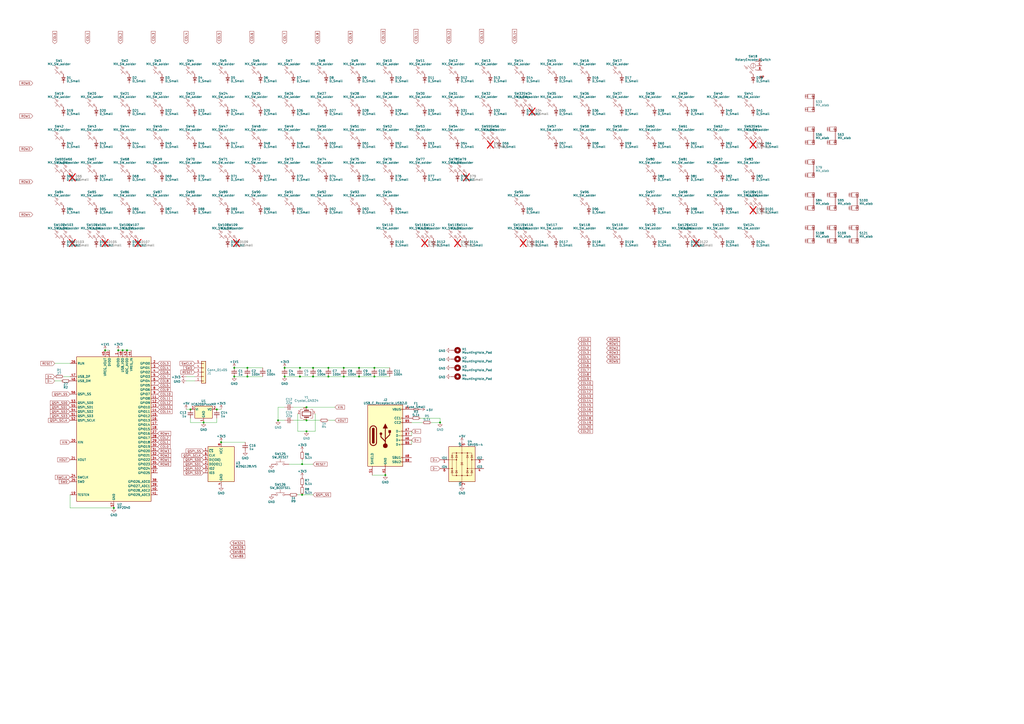
<source format=kicad_sch>
(kicad_sch (version 20230121) (generator eeschema)
  (paper "A2")
  (junction (at 177.8 236.22))
  (junction (at 199.39 213.36))
  (junction (at 73.66 203.2))
  (junction (at 175.26 287.02))
  (junction (at 165.1 218.44))
  (junction (at 177.8 250.19))
  (junction (at 208.28 218.44))
  (junction (at 190.5 213.36))
  (junction (at 135.89 213.36))
  (junction (at 181.61 213.36))
  (junction (at 66.04 294.64))
  (junction (at 135.89 218.44))
  (junction (at 128.27 256.54))
  (junction (at 71.12 203.2))
  (junction (at 175.26 269.24))
  (junction (at 181.61 218.44))
  (junction (at 143.51 213.36))
  (junction (at 161.29 243.84))
  (junction (at 208.28 213.36))
  (junction (at 110.49 237.49))
  (junction (at 199.39 218.44))
  (junction (at 118.11 245.11))
  (junction (at 143.51 218.44))
  (junction (at 68.58 203.2))
  (junction (at 60.96 203.2))
  (junction (at 255.27 245.11))
  (junction (at 173.99 213.36))
  (junction (at 173.99 218.44))
  (junction (at 217.17 218.44))
  (junction (at 177.8 243.84))
  (junction (at 165.1 213.36))
  (junction (at 217.17 213.36))
  (junction (at 190.5 218.44))
  (junction (at 223.52 275.59))
  (junction (at 125.73 237.49))
  (wire (pts (xy 181.61 269.24) (xy 175.26 269.24)))
  (wire (pts (xy 182.88 240.03) (xy 182.88 250.19)))
  (wire (pts (xy 199.39 213.36) (xy 208.28 213.36)))
  (wire (pts (xy 31.75 220.98) (xy 35.56 220.98)))
  (wire (pts (xy 194.31 243.84) (xy 190.5 243.84)))
  (wire (pts (xy 173.99 213.36) (xy 181.61 213.36)))
  (wire (pts (xy 175.26 287.02) (xy 181.61 287.02)))
  (wire (pts (xy 143.51 213.36) (xy 152.4 213.36)))
  (wire (pts (xy 40.64 294.64) (xy 66.04 294.64)))
  (wire (pts (xy 177.8 243.84) (xy 185.42 243.84)))
  (wire (pts (xy 161.29 236.22) (xy 161.29 243.84)))
  (wire (pts (xy 177.8 250.19) (xy 182.88 250.19)))
  (wire (pts (xy 167.64 269.24) (xy 175.26 269.24)))
  (wire (pts (xy 181.61 213.36) (xy 190.5 213.36)))
  (wire (pts (xy 165.1 218.44) (xy 173.99 218.44)))
  (wire (pts (xy 36.83 218.44) (xy 40.64 218.44)))
  (wire (pts (xy 142.24 256.54) (xy 128.27 256.54)))
  (wire (pts (xy 181.61 218.44) (xy 190.5 218.44)))
  (wire (pts (xy 217.17 218.44) (xy 226.06 218.44)))
  (wire (pts (xy 161.29 236.22) (xy 165.1 236.22)))
  (wire (pts (xy 135.89 218.44) (xy 143.51 218.44)))
  (wire (pts (xy 170.18 236.22) (xy 177.8 236.22)))
  (wire (pts (xy 161.29 243.84) (xy 165.1 243.84)))
  (wire (pts (xy 170.18 243.84) (xy 177.8 243.84)))
  (wire (pts (xy 255.27 242.57) (xy 255.27 245.11)))
  (wire (pts (xy 243.84 242.57) (xy 255.27 242.57)))
  (wire (pts (xy 250.19 245.11) (xy 255.27 245.11)))
  (wire (pts (xy 177.8 236.22) (xy 194.31 236.22)))
  (wire (pts (xy 125.73 237.49) (xy 128.27 237.49)))
  (wire (pts (xy 238.76 250.19) (xy 238.76 252.73)))
  (wire (pts (xy 199.39 218.44) (xy 208.28 218.44)))
  (wire (pts (xy 190.5 218.44) (xy 199.39 218.44)))
  (wire (pts (xy 177.8 250.19) (xy 172.72 250.19)))
  (wire (pts (xy 173.99 218.44) (xy 181.61 218.44)))
  (wire (pts (xy 60.96 203.2) (xy 63.5 203.2)))
  (wire (pts (xy 71.12 203.2) (xy 73.66 203.2)))
  (wire (pts (xy 190.5 213.36) (xy 199.39 213.36)))
  (wire (pts (xy 40.64 287.02) (xy 40.64 294.64)))
  (wire (pts (xy 172.72 250.19) (xy 172.72 240.03)))
  (wire (pts (xy 125.73 245.11) (xy 125.73 242.57)))
  (wire (pts (xy 175.26 287.02) (xy 172.72 287.02)))
  (wire (pts (xy 238.76 245.11) (xy 245.11 245.11)))
  (wire (pts (xy 208.28 218.44) (xy 217.17 218.44)))
  (wire (pts (xy 107.95 218.44) (xy 113.03 218.44)))
  (wire (pts (xy 107.95 237.49) (xy 110.49 237.49)))
  (wire (pts (xy 143.51 218.44) (xy 152.4 218.44)))
  (wire (pts (xy 73.66 203.2) (xy 76.2 203.2)))
  (wire (pts (xy 215.9 275.59) (xy 223.52 275.59)))
  (wire (pts (xy 238.76 255.27) (xy 238.76 257.81)))
  (wire (pts (xy 110.49 245.11) (xy 118.11 245.11)))
  (wire (pts (xy 40.64 210.82) (xy 31.75 210.82)))
  (wire (pts (xy 208.28 213.36) (xy 217.17 213.36)))
  (wire (pts (xy 175.26 266.7) (xy 175.26 269.24)))
  (wire (pts (xy 165.1 213.36) (xy 173.99 213.36)))
  (wire (pts (xy 118.11 245.11) (xy 125.73 245.11)))
  (wire (pts (xy 110.49 242.57) (xy 110.49 245.11)))
  (wire (pts (xy 107.95 220.98) (xy 113.03 220.98)))
  (wire (pts (xy 135.89 213.36) (xy 143.51 213.36)))
  (wire (pts (xy 68.58 203.2) (xy 71.12 203.2)))
  (wire (pts (xy 217.17 213.36) (xy 226.06 213.36)))
  (global_label "SW48B" (shape input) (at 133.35 322.58 0) (property "Intersheetrefs" "${INTERSHEET_REFS}" (effects hide)))
  (global_label "D+" (shape input) (at 31.75 218.44 180) (property "Intersheetrefs" "${INTERSHEET_REFS}" (effects hide)))
  (global_label "ROW5" (shape input) (at 351.79 209.55 0) (property "Intersheetrefs" "${INTERSHEET_REFS}" (effects hide)))
  (global_label "COL9" (shape input) (at 203.2 25.4 90) (property "Intersheetrefs" "${INTERSHEET_REFS}" (effects hide)))
  (global_label "COL4" (shape input) (at 107.95 25.4 90) (property "Intersheetrefs" "${INTERSHEET_REFS}" (effects hide)))
  (global_label "COL5" (shape input) (at 335.28 209.55 0) (property "Intersheetrefs" "${INTERSHEET_REFS}" (effects hide)))
  (global_label "COL5" (shape input) (at 127 25.4 90) (property "Intersheetrefs" "${INTERSHEET_REFS}" (effects hide)))
  (global_label "D-" (shape input) (at 238.76 250.19 0) (property "Intersheetrefs" "${INTERSHEET_REFS}" (effects hide)))
  (global_label "COL10" (shape input) (at 335.28 222.25 0) (property "Intersheetrefs" "${INTERSHEET_REFS}" (effects hide)))
  (global_label "COL12" (shape input) (at 91.44 233.68 0) (property "Intersheetrefs" "${INTERSHEET_REFS}" (effects hide)))
  (global_label "COL11" (shape input) (at 91.44 231.14 0) (property "Intersheetrefs" "${INTERSHEET_REFS}" (effects hide)))
  (global_label "COL0" (shape input) (at 91.44 259.08 0) (property "Intersheetrefs" "${INTERSHEET_REFS}" (effects hide)))
  (global_label "COL21" (shape input) (at 335.28 250.19 0) (property "Intersheetrefs" "${INTERSHEET_REFS}" (effects hide)))
  (global_label "COL7" (shape input) (at 165.1 25.4 90) (property "Intersheetrefs" "${INTERSHEET_REFS}" (effects hide)))
  (global_label "D+" (shape input) (at 255.27 266.7 180) (property "Intersheetrefs" "${INTERSHEET_REFS}" (effects hide)))
  (global_label "COL2" (shape input) (at 335.28 201.93 0) (property "Intersheetrefs" "${INTERSHEET_REFS}" (effects hide)))
  (global_label "COL12" (shape input) (at 260.35 25.4 90) (property "Intersheetrefs" "${INTERSHEET_REFS}" (effects hide)))
  (global_label "COL6" (shape input) (at 146.05 25.4 90) (property "Intersheetrefs" "${INTERSHEET_REFS}" (effects hide)))
  (global_label "COL15" (shape input) (at 335.28 234.95 0) (property "Intersheetrefs" "${INTERSHEET_REFS}" (effects hide)))
  (global_label "COL0" (shape input) (at 335.28 196.85 0) (property "Intersheetrefs" "${INTERSHEET_REFS}" (effects hide)))
  (global_label "COL19" (shape input) (at 335.28 245.11 0) (property "Intersheetrefs" "${INTERSHEET_REFS}" (effects hide)))
  (global_label "D+" (shape input) (at 238.76 255.27 0) (property "Intersheetrefs" "${INTERSHEET_REFS}" (effects hide)))
  (global_label "COL9" (shape input) (at 91.44 226.06 0) (property "Intersheetrefs" "${INTERSHEET_REFS}" (effects hide)))
  (global_label "ROW3" (shape input) (at 91.44 261.62 0) (property "Intersheetrefs" "${INTERSHEET_REFS}" (effects hide)))
  (global_label "COL8" (shape input) (at 91.44 220.98 0) (property "Intersheetrefs" "${INTERSHEET_REFS}" (effects hide)))
  (global_label "QSPI_SD1" (shape input) (at 118.11 269.24 180) (property "Intersheetrefs" "${INTERSHEET_REFS}" (effects hide)))
  (global_label "COL7" (shape input) (at 335.28 214.63 0) (property "Intersheetrefs" "${INTERSHEET_REFS}" (effects hide)))
  (global_label "COL13" (shape input) (at 335.28 229.87 0) (property "Intersheetrefs" "${INTERSHEET_REFS}" (effects hide)))
  (global_label "ROW2" (shape input) (at 91.44 264.16 0) (property "Intersheetrefs" "${INTERSHEET_REFS}" (effects hide)))
  (global_label "COL14" (shape input) (at 335.28 232.41 0) (property "Intersheetrefs" "${INTERSHEET_REFS}" (effects hide)))
  (global_label "QSPI_SCLK" (shape input) (at 118.11 264.16 180) (property "Intersheetrefs" "${INTERSHEET_REFS}" (effects hide)))
  (global_label "SW32B" (shape input) (at 133.35 317.5 0) (property "Intersheetrefs" "${INTERSHEET_REFS}" (effects hide)))
  (global_label "QSPI_SS" (shape input) (at 118.11 261.62 180) (property "Intersheetrefs" "${INTERSHEET_REFS}" (effects hide)))
  (global_label "COL17" (shape input) (at 335.28 240.03 0) (property "Intersheetrefs" "${INTERSHEET_REFS}" (effects hide)))
  (global_label "COL11" (shape input) (at 241.3 25.4 90) (property "Intersheetrefs" "${INTERSHEET_REFS}" (effects hide)))
  (global_label "COL4" (shape input) (at 335.28 207.01 0) (property "Intersheetrefs" "${INTERSHEET_REFS}" (effects hide)))
  (global_label "COL13" (shape input) (at 91.44 236.22 0) (property "Intersheetrefs" "${INTERSHEET_REFS}" (effects hide)))
  (global_label "XIN" (shape input) (at 40.64 256.54 180) (property "Intersheetrefs" "${INTERSHEET_REFS}" (effects hide)))
  (global_label "COL12" (shape input) (at 335.28 227.33 0) (property "Intersheetrefs" "${INTERSHEET_REFS}" (effects hide)))
  (global_label "QSPI_SS" (shape input) (at 181.61 287.02 0) (property "Intersheetrefs" "${INTERSHEET_REFS}" (effects hide)))
  (global_label "COL1" (shape input) (at 50.8 25.4 90) (property "Intersheetrefs" "${INTERSHEET_REFS}" (effects hide)))
  (global_label "ROW1" (shape input) (at 91.44 266.7 0) (property "Intersheetrefs" "${INTERSHEET_REFS}" (effects hide)))
  (global_label "SWD" (shape input) (at 113.03 213.36 180) (property "Intersheetrefs" "${INTERSHEET_REFS}" (effects hide)))
  (global_label "COL14" (shape input) (at 298.45 25.4 90) (property "Intersheetrefs" "${INTERSHEET_REFS}" (effects hide)))
  (global_label "COL9" (shape input) (at 335.28 219.71 0) (property "Intersheetrefs" "${INTERSHEET_REFS}" (effects hide)))
  (global_label "D-" (shape input) (at 31.75 220.98 180) (property "Intersheetrefs" "${INTERSHEET_REFS}" (effects hide)))
  (global_label "ROW1" (shape input) (at 351.79 199.39 0) (property "Intersheetrefs" "${INTERSHEET_REFS}" (effects hide)))
  (global_label "SWCLK" (shape input) (at 113.03 210.82 180) (property "Intersheetrefs" "${INTERSHEET_REFS}" (effects hide)))
  (global_label "XOUT" (shape input) (at 194.31 243.84 0) (property "Intersheetrefs" "${INTERSHEET_REFS}" (effects hide)))
  (global_label "RESET" (shape input) (at 113.03 215.9 180) (property "Intersheetrefs" "${INTERSHEET_REFS}" (effects hide)))
  (global_label "COL0" (shape input) (at 31.75 25.4 90) (property "Intersheetrefs" "${INTERSHEET_REFS}" (effects hide)))
  (global_label "QSPI_SS" (shape input) (at 40.64 228.6 180) (property "Intersheetrefs" "${INTERSHEET_REFS}" (effects hide)))
  (global_label "QSPI_SCLK" (shape input) (at 40.64 243.84 180) (property "Intersheetrefs" "${INTERSHEET_REFS}" (effects hide)))
  (global_label "QSPI_SD2" (shape input) (at 118.11 271.78 180) (property "Intersheetrefs" "${INTERSHEET_REFS}" (effects hide)))
  (global_label "COL3" (shape input) (at 335.28 204.47 0) (property "Intersheetrefs" "${INTERSHEET_REFS}" (effects hide)))
  (global_label "QSPI_SD0" (shape input) (at 40.64 233.68 180) (property "Intersheetrefs" "${INTERSHEET_REFS}" (effects hide)))
  (global_label "COL8" (shape input) (at 184.15 25.4 90) (property "Intersheetrefs" "${INTERSHEET_REFS}" (effects hide)))
  (global_label "COL20" (shape input) (at 335.28 247.65 0) (property "Intersheetrefs" "${INTERSHEET_REFS}" (effects hide)))
  (global_label "QSPI_SD3" (shape input) (at 40.64 241.3 180) (property "Intersheetrefs" "${INTERSHEET_REFS}" (effects hide)))
  (global_label "COL1" (shape input) (at 335.28 199.39 0) (property "Intersheetrefs" "${INTERSHEET_REFS}" (effects hide)))
  (global_label "COL13" (shape input) (at 279.4 25.4 90) (property "Intersheetrefs" "${INTERSHEET_REFS}" (effects hide)))
  (global_label "ROW3" (shape input) (at 19.05 105.41 180) (property "Intersheetrefs" "${INTERSHEET_REFS}" (effects hide)))
  (global_label "D-" (shape input) (at 255.27 271.78 180) (property "Intersheetrefs" "${INTERSHEET_REFS}" (effects hide)))
  (global_label "COL16" (shape input) (at 335.28 237.49 0) (property "Intersheetrefs" "${INTERSHEET_REFS}" (effects hide)))
  (global_label "SW48A" (shape input) (at 133.35 320.04 0) (property "Intersheetrefs" "${INTERSHEET_REFS}" (effects hide)))
  (global_label "XIN" (shape input) (at 194.31 236.22 0) (property "Intersheetrefs" "${INTERSHEET_REFS}" (effects hide)))
  (global_label "COL8" (shape input) (at 335.28 217.17 0) (property "Intersheetrefs" "${INTERSHEET_REFS}" (effects hide)))
  (global_label "ROW0" (shape input) (at 19.05 48.26 180) (property "Intersheetrefs" "${INTERSHEET_REFS}" (effects hide)))
  (global_label "COL3" (shape input) (at 88.9 25.4 90) (property "Intersheetrefs" "${INTERSHEET_REFS}" (effects hide)))
  (global_label "ROW0" (shape input) (at 351.79 196.85 0) (property "Intersheetrefs" "${INTERSHEET_REFS}" (effects hide)))
  (global_label "ROW2" (shape input) (at 351.79 201.93 0) (property "Intersheetrefs" "${INTERSHEET_REFS}" (effects hide)))
  (global_label "QSPI_SD2" (shape input) (at 40.64 238.76 180) (property "Intersheetrefs" "${INTERSHEET_REFS}" (effects hide)))
  (global_label "COL2" (shape input) (at 91.44 254 0) (property "Intersheetrefs" "${INTERSHEET_REFS}" (effects hide)))
  (global_label "COL11" (shape input) (at 335.28 224.79 0) (property "Intersheetrefs" "${INTERSHEET_REFS}" (effects hide)))
  (global_label "COL6" (shape input) (at 91.44 215.9 0) (property "Intersheetrefs" "${INTERSHEET_REFS}" (effects hide)))
  (global_label "COL7" (shape input) (at 91.44 218.44 0) (property "Intersheetrefs" "${INTERSHEET_REFS}" (effects hide)))
  (global_label "COL14" (shape input) (at 91.44 238.76 0) (property "Intersheetrefs" "${INTERSHEET_REFS}" (effects hide)))
  (global_label "RESET" (shape input) (at 31.75 210.82 180) (property "Intersheetrefs" "${INTERSHEET_REFS}" (effects hide)))
  (global_label "QSPI_SD0" (shape input) (at 118.11 266.7 180) (property "Intersheetrefs" "${INTERSHEET_REFS}" (effects hide)))
  (global_label "SW32A" (shape input) (at 133.35 314.96 0) (property "Intersheetrefs" "${INTERSHEET_REFS}" (effects hide)))
  (global_label "COL10" (shape input) (at 222.25 25.4 90) (property "Intersheetrefs" "${INTERSHEET_REFS}" (effects hide)))
  (global_label "SWCLK" (shape input) (at 40.64 276.86 180) (property "Intersheetrefs" "${INTERSHEET_REFS}" (effects hide)))
  (global_label "ROW0" (shape input) (at 91.44 269.24 0) (property "Intersheetrefs" "${INTERSHEET_REFS}" (effects hide)))
  (global_label "ROW1" (shape input) (at 19.05 67.31 180) (property "Intersheetrefs" "${INTERSHEET_REFS}" (effects hide)))
  (global_label "COL1" (shape input) (at 91.44 256.54 0) (property "Intersheetrefs" "${INTERSHEET_REFS}" (effects hide)))
  (global_label "SWD" (shape input) (at 40.64 279.4 180) (property "Intersheetrefs" "${INTERSHEET_REFS}" (effects hide)))
  (global_label "QSPI_SD1" (shape input) (at 40.64 236.22 180) (property "Intersheetrefs" "${INTERSHEET_REFS}" (effects hide)))
  (global_label "COL18" (shape input) (at 335.28 242.57 0) (property "Intersheetrefs" "${INTERSHEET_REFS}" (effects hide)))
  (global_label "COL6" (shape input) (at 335.28 212.09 0) (property "Intersheetrefs" "${INTERSHEET_REFS}" (effects hide)))
  (global_label "ROW4" (shape input) (at 91.44 251.46 0) (property "Intersheetrefs" "${INTERSHEET_REFS}" (effects hide)))
  (global_label "XOUT" (shape input) (at 40.64 266.7 180) (property "Intersheetrefs" "${INTERSHEET_REFS}" (effects hide)))
  (global_label "ROW3" (shape input) (at 351.79 204.47 0) (property "Intersheetrefs" "${INTERSHEET_REFS}" (effects hide)))
  (global_label "ROW4" (shape input) (at 19.05 124.46 180) (property "Intersheetrefs" "${INTERSHEET_REFS}" (effects hide)))
  (global_label "QSPI_SD3" (shape input) (at 118.11 274.32 180) (property "Intersheetrefs" "${INTERSHEET_REFS}" (effects hide)))
  (global_label "ROW4" (shape input) (at 351.79 207.01 0) (property "Intersheetrefs" "${INTERSHEET_REFS}" (effects hide)))
  (global_label "RESET" (shape input) (at 181.61 269.24 0) (property "Intersheetrefs" "${INTERSHEET_REFS}" (effects hide)))
  (global_label "ROW2" (shape input) (at 19.05 86.36 180) (property "Intersheetrefs" "${INTERSHEET_REFS}" (effects hide)))
  (global_label "COL5" (shape input) (at 91.44 223.52 0) (property "Intersheetrefs" "${INTERSHEET_REFS}" (effects hide)))
  (global_label "COL4" (shape input) (at 91.44 213.36 0) (property "Intersheetrefs" "${INTERSHEET_REFS}" (effects hide)))
  (global_label "COL2" (shape input) (at 69.85 25.4 90) (property "Intersheetrefs" "${INTERSHEET_REFS}" (effects hide)))
  (global_label "COL10" (shape input) (at 91.44 228.6 0) (property "Intersheetrefs" "${INTERSHEET_REFS}" (effects hide)))
  (global_label "COL3" (shape input) (at 91.44 210.82 0) (property "Intersheetrefs" "${INTERSHEET_REFS}" (effects hide)))
  (symbol (lib_id "PCM_marbastlib-mx:MX_SW_solder") (at 243.84 78.74 180) (unit 1)
    (property "Reference" "SW53" (at 243.84 73.3171 0))
    (property "Value" "MX_SW_solder" (at 243.84 75.2381 0))
    (property "Footprint" "PCM_marbastlib-mx:SW_MX_1u" (effects hide))
  )
  (symbol (lib_id "Device:C_Small") (at 173.99 215.9 0) (unit 1)
    (property "Reference" "C5" (at 176.3141 215.2626 0) (effects (justify left)))
    (property "Value" "1u" (at 176.3141 217.1836 0) (effects (justify left)))
    (property "Footprint" "Capacitor_SMD:C_0402_1005Metric" (effects hide))
  )
  (symbol (lib_id "Device:R_Small") (at 175.26 264.16 180) (unit 1)
    (property "Reference" "R6" (at 176.7586 263.5163 0) (effects (justify right)))
    (property "Value" "5.1k" (at 176.7586 265.4373 0) (effects (justify right)))
    (property "Footprint" "Resistor_SMD:R_0402_1005Metric" (effects hide))
  )
  (symbol (lib_id "Device:D_Small") (at 74.93 64.77 90) (unit 1)
    (property "Reference" "D21" (at 76.708 64.1263 90) (effects (justify right)))
    (property "Value" "D_Small" (at 76.708 66.0473 90) (effects (justify right)))
    (property "Footprint" "shoonies_parts:D_SOD-123_CLEAN" (effects hide))
    (property "Sim.Device" "D" (effects hide))
    (property "Sim.Pins" "1=K 2=A" (effects hide))
  )
  (symbol (lib_id "power:+5V") (at 107.95 237.49 0) (unit 1)
    (property "Reference" "#PWR013" (effects hide))
    (property "Value" "+5V" (at 107.95 233.9881 0))
  )
  (symbol (lib_id "PCM_marbastlib-mx:MX_stab") (at 495.3 135.89 90) (unit 1)
    (property "Reference" "S121" (at 498.475 135.2463 90) (effects (justify right)))
    (property "Value" "MX_stab" (at 498.475 137.1673 90) (effects (justify right)))
    (property "Footprint" "PCM_marbastlib-mx:STAB_MX_P_2u" (effects hide))
  )
  (symbol (lib_id "PCM_marbastlib-mx:MX_stab") (at 469.9 78.74 90) (unit 1)
    (property "Reference" "S56" (at 473.075 78.0963 90) (effects (justify right)))
    (property "Value" "MX_stab" (at 473.075 80.0173 90) (effects (justify right)))
    (property "Footprint" "PCM_marbastlib-mx:STAB_MX_P_2u" (effects hide))
  )
  (symbol (lib_id "Device:D_Small") (at 419.1 102.87 90) (unit 1)
    (property "Reference" "D82" (at 420.878 102.2263 90) (effects (justify right)))
    (property "Value" "D_Small" (at 420.878 104.1473 90) (effects (justify right)))
    (property "Footprint" "shoonies_parts:D_SOD-123_CLEAN" (effects hide))
    (property "Sim.Device" "D" (effects hide))
    (property "Sim.Pins" "1=K 2=A" (effects hide))
  )
  (symbol (lib_id "Device:D_Small") (at 55.88 64.77 90) (unit 1)
    (property "Reference" "D20" (at 57.658 64.1263 90) (effects (justify right)))
    (property "Value" "D_Small" (at 57.658 66.0473 90) (effects (justify right)))
    (property "Footprint" "shoonies_parts:D_SOD-123_CLEAN" (effects hide))
    (property "Sim.Device" "D" (effects hide))
    (property "Sim.Pins" "1=K 2=A" (effects hide))
  )
  (symbol (lib_id "power:GND") (at 135.89 218.44 0) (unit 1)
    (property "Reference" "#PWR09" (effects hide))
    (property "Value" "GND" (at 135.89 222.5755 0))
  )
  (symbol (lib_id "Device:D_Small") (at 151.13 121.92 90) (unit 1)
    (property "Reference" "D90" (at 152.908 121.2763 90) (effects (justify right)))
    (property "Value" "D_Small" (at 152.908 123.1973 90) (effects (justify right)))
    (property "Footprint" "shoonies_parts:D_SOD-123_CLEAN" (effects hide))
    (property "Sim.Device" "D" (effects hide))
    (property "Sim.Pins" "1=K 2=A" (effects hide))
  )
  (symbol (lib_id "Regulator_Linear:XC6206PxxxMR") (at 118.11 237.49 0) (unit 1)
    (property "Reference" "U1" (at 118.11 232.5751 0))
    (property "Value" "XC6206PxxxMR" (at 118.11 234.4961 0))
    (property "Footprint" "Package_TO_SOT_SMD:SOT-23-3" (effects hide))
    (property "Datasheet" "https://www.torexsemi.com/file/xc6206/XC6206.pdf" (effects hide))
  )
  (symbol (lib_id "PCM_marbastlib-mx:MX_SW_solder") (at 306.07 135.89 180) (unit 1)
    (property "Reference" "SW116" (at 306.07 130.4671 0))
    (property "Value" "MX_SW_solder" (at 306.07 132.3881 0))
    (property "Footprint" "PCM_marbastlib-mx:SW_MX_1u" (effects hide))
  )
  (symbol (lib_id "Device:D_Small") (at 36.83 121.92 90) (unit 1)
    (property "Reference" "D84" (at 38.608 121.2763 90) (effects (justify right)))
    (property "Value" "D_Small" (at 38.608 123.1973 90) (effects (justify right)))
    (property "Footprint" "shoonies_parts:D_SOD-123_CLEAN" (effects hide))
    (property "Sim.Device" "D" (effects hide))
    (property "Sim.Pins" "1=K 2=A" (effects hide))
  )
  (symbol (lib_id "PCM_marbastlib-mx:MX_SW_solder") (at 91.44 116.84 180) (unit 1)
    (property "Reference" "SW87" (at 91.44 111.4171 0))
    (property "Value" "MX_SW_solder" (at 91.44 113.3381 0))
    (property "Footprint" "PCM_marbastlib-mx:SW_MX_1u" (effects hide))
  )
  (symbol (lib_id "Device:D_Small") (at 227.33 83.82 90) (unit 1)
    (property "Reference" "D52" (at 229.108 83.1763 90) (effects (justify right)))
    (property "Value" "D_Small" (at 229.108 85.0973 90) (effects (justify right)))
    (property "Footprint" "shoonies_parts:D_SOD-123_CLEAN" (effects hide))
    (property "Sim.Device" "D" (effects hide))
    (property "Sim.Pins" "1=K 2=A" (effects hide))
  )
  (symbol (lib_id "Device:D_Small") (at 398.78 102.87 90) (unit 1)
    (property "Reference" "D81" (at 400.558 102.2263 90) (effects (justify right)))
    (property "Value" "D_Small" (at 400.558 104.1473 90) (effects (justify right)))
    (property "Footprint" "shoonies_parts:D_SOD-123_CLEAN" (effects hide))
    (property "Sim.Device" "D" (effects hide))
    (property "Sim.Pins" "1=K 2=A" (effects hide))
  )
  (symbol (lib_id "Device:D_Small") (at 170.18 64.77 90) (unit 1)
    (property "Reference" "D26" (at 171.958 64.1263 90) (effects (justify right)))
    (property "Value" "D_Small" (at 171.958 66.0473 90) (effects (justify right)))
    (property "Footprint" "shoonies_parts:D_SOD-123_CLEAN" (effects hide))
    (property "Sim.Device" "D" (effects hide))
    (property "Sim.Pins" "1=K 2=A" (effects hide))
  )
  (symbol (lib_id "Device:D_Small") (at 227.33 45.72 90) (unit 1)
    (property "Reference" "D10" (at 229.108 45.0763 90) (effects (justify right)))
    (property "Value" "D_Small" (at 229.108 46.9973 90) (effects (justify right)))
    (property "Footprint" "shoonies_parts:D_SOD-123_CLEAN" (effects hide))
    (property "Sim.Device" "D" (effects hide))
    (property "Sim.Pins" "1=K 2=A" (effects hide))
  )
  (symbol (lib_id "Device:C_Small") (at 167.64 236.22 90) (unit 1)
    (property "Reference" "C12" (at 167.6463 231.648 90))
    (property "Value" "22p" (at 167.6463 233.569 90))
    (property "Footprint" "Capacitor_SMD:C_0402_1005Metric" (effects hide))
  )
  (symbol (lib_id "PCM_marbastlib-mx:MX_SW_solder") (at 300.99 135.89 180) (unit 1)
    (property "Reference" "SW115" (at 300.99 130.4671 0))
    (property "Value" "MX_SW_solder" (at 300.99 132.3881 0))
    (property "Footprint" "PCM_marbastlib-mx:SW_MX_1u" (effects hide))
  )
  (symbol (lib_id "Device:C_Small") (at 226.06 215.9 0) (unit 1)
    (property "Reference" "C11" (at 228.3841 215.2626 0) (effects (justify left)))
    (property "Value" "100n" (at 228.3841 217.1836 0) (effects (justify left)))
    (property "Footprint" "Capacitor_SMD:C_0402_1005Metric" (effects hide))
  )
  (symbol (lib_id "power:+3V3") (at 175.26 261.62 0) (unit 1)
    (property "Reference" "#PWR023" (effects hide))
    (property "Value" "+3V3" (at 175.26 258.1181 0))
  )
  (symbol (lib_id "PCM_marbastlib-mx:MX_SW_solder") (at 248.92 135.89 180) (unit 1)
    (property "Reference" "SW112" (at 248.92 130.4671 0))
    (property "Value" "MX_SW_solder" (at 248.92 132.3881 0))
    (property "Footprint" "PCM_marbastlib-mx:SW_MX_1u" (effects hide))
  )
  (symbol (lib_id "PCM_marbastlib-mx:MX_SW_solder") (at 129.54 97.79 180) (unit 1)
    (property "Reference" "SW71" (at 129.54 92.3671 0))
    (property "Value" "MX_SW_solder" (at 129.54 94.2881 0))
    (property "Footprint" "PCM_marbastlib-mx:SW_MX_1u" (effects hide))
  )
  (symbol (lib_id "power:+3V3") (at 68.58 203.2 0) (unit 1)
    (property "Reference" "#PWR02" (effects hide))
    (property "Value" "+3V3" (at 68.58 199.6981 0))
  )
  (symbol (lib_id "PCM_marbastlib-mx:MX_SW_solder") (at 58.42 135.89 180) (unit 1)
    (property "Reference" "SW105" (at 58.42 130.4671 0))
    (property "Value" "MX_SW_solder" (at 58.42 132.3881 0))
    (property "Footprint" "PCM_marbastlib-mx:SW_MX_1u" (effects hide))
  )
  (symbol (lib_id "PCM_marbastlib-mx:MX_SW_solder") (at 320.04 78.74 180) (unit 1)
    (property "Reference" "SW57" (at 320.04 73.3171 0))
    (property "Value" "MX_SW_solder" (at 320.04 75.2381 0))
    (property "Footprint" "PCM_marbastlib-mx:SW_MX_1u" (effects hide))
  )
  (symbol (lib_id "Device:D_Small") (at 246.38 102.87 90) (unit 1)
    (property "Reference" "D77" (at 248.158 102.2263 90) (effects (justify right)))
    (property "Value" "D_Small" (at 248.158 104.1473 90) (effects (justify right)))
    (property "Footprint" "shoonies_parts:D_SOD-123_CLEAN" (effects hide))
    (property "Sim.Device" "D" (effects hide))
    (property "Sim.Pins" "1=K 2=A" (effects hide))
  )
  (symbol (lib_id "Device:D_Small") (at 132.08 64.77 90) (unit 1)
    (property "Reference" "D24" (at 133.858 64.1263 90) (effects (justify right)))
    (property "Value" "D_Small" (at 133.858 66.0473 90) (effects (justify right)))
    (property "Footprint" "shoonies_parts:D_SOD-123_CLEAN" (effects hide))
    (property "Sim.Device" "D" (effects hide))
    (property "Sim.Pins" "1=K 2=A" (effects hide))
  )
  (symbol (lib_id "Device:D_Small") (at 341.63 121.92 90) (unit 1)
    (property "Reference" "D96" (at 343.408 121.2763 90) (effects (justify right)))
    (property "Value" "D_Small" (at 343.408 123.1973 90) (effects (justify right)))
    (property "Footprint" "shoonies_parts:D_SOD-123_CLEAN" (effects hide))
    (property "Sim.Device" "D" (effects hide))
    (property "Sim.Pins" "1=K 2=A" (effects hide))
  )
  (symbol (lib_id "PCM_marbastlib-mx:MX_SW_solder") (at 262.89 78.74 180) (unit 1)
    (property "Reference" "SW54" (at 262.89 73.3171 0))
    (property "Value" "MX_SW_solder" (at 262.89 75.2381 0))
    (property "Footprint" "PCM_marbastlib-mx:SW_MX_1u" (effects hide))
  )
  (symbol (lib_id "PCM_marbastlib-mx:MX_SW_solder") (at 262.89 97.79 180) (unit 1)
    (property "Reference" "SW78" (at 262.89 92.3671 0))
    (property "Value" "MX_SW_solder" (at 262.89 94.2881 0))
    (property "Footprint" "PCM_marbastlib-mx:SW_MX_1u" (effects hide))
  )
  (symbol (lib_id "PCM_marbastlib-mx:MX_SW_solder") (at 262.89 59.69 180) (unit 1)
    (property "Reference" "SW31" (at 262.89 54.2671 0))
    (property "Value" "MX_SW_solder" (at 262.89 56.1881 0))
    (property "Footprint" "PCM_marbastlib-mx:SW_MX_1u" (effects hide))
  )
  (symbol (lib_id "power:+3V3") (at 165.1 213.36 0) (unit 1)
    (property "Reference" "#PWR06" (effects hide))
    (property "Value" "+3V3" (at 165.1 209.8581 0))
  )
  (symbol (lib_id "Device:D_Small") (at 308.61 140.97 90) (unit 1)
    (property "Reference" "D116" (at 310.388 140.3263 90) (effects (justify right)))
    (property "Value" "D_Small" (at 310.388 142.2473 90) (effects (justify right)))
    (property "Footprint" "shoonies_parts:D_SOD-123_CLEAN" (effects hide))
    (property "Sim.Device" "D" (effects hide))
    (property "Sim.Pins" "1=K 2=A" (effects hide))
  )
  (symbol (lib_id "Device:D_Small") (at 419.1 140.97 90) (unit 1)
    (property "Reference" "D123" (at 420.878 140.3263 90) (effects (justify right)))
    (property "Value" "D_Small" (at 420.878 142.2473 90) (effects (justify right)))
    (property "Footprint" "shoonies_parts:D_SOD-123_CLEAN" (effects hide))
    (property "Sim.Device" "D" (effects hide))
    (property "Sim.Pins" "1=K 2=A" (effects hide))
  )
  (symbol (lib_id "power:GND") (at 128.27 281.94 0) (unit 1)
    (property "Reference" "#PWR027" (effects hide))
    (property "Value" "GND" (at 128.27 286.0755 0))
  )
  (symbol (lib_id "Device:D_Small") (at 36.83 102.87 90) (unit 1)
    (property "Reference" "D65" (at 38.608 102.2263 90) (effects (justify right)))
    (property "Value" "D_Small" (at 38.608 104.1473 90) (effects (justify right)))
    (property "Footprint" "shoonies_parts:D_SOD-123_CLEAN" (effects hide))
    (property "Sim.Device" "D" (effects hide))
    (property "Sim.Pins" "1=K 2=A" (effects hide))
  )
  (symbol (lib_id "Device:D_Small") (at 93.98 64.77 90) (unit 1)
    (property "Reference" "D22" (at 95.758 64.1263 90) (effects (justify right)))
    (property "Value" "D_Small" (at 95.758 66.0473 90) (effects (justify right)))
    (property "Footprint" "shoonies_parts:D_SOD-123_CLEAN" (effects hide))
    (property "Sim.Device" "D" (effects hide))
    (property "Sim.Pins" "1=K 2=A" (effects hide))
  )
  (symbol (lib_id "power:GND") (at 261.62 213.36 270) (unit 1)
    (property "Reference" "#PWR07" (effects hide))
    (property "Value" "GND" (at 258.4451 213.6768 90) (effects (justify right)))
  )
  (symbol (lib_id "Device:R_Small") (at 34.29 218.44 90) (unit 1)
    (property "Reference" "R1" (at 34.29 214.6935 90))
    (property "Value" "27" (at 34.29 216.6145 90))
    (property "Footprint" "Resistor_SMD:R_0402_1005Metric" (effects hide))
  )
  (symbol (lib_id "Device:D_Small") (at 341.63 83.82 90) (unit 1)
    (property "Reference" "D58" (at 343.408 83.1763 90) (effects (justify right)))
    (property "Value" "D_Small" (at 343.408 85.0973 90) (effects (justify right)))
    (property "Footprint" "shoonies_parts:D_SOD-123_CLEAN" (effects hide))
    (property "Sim.Device" "D" (effects hide))
    (property "Sim.Pins" "1=K 2=A" (effects hide))
  )
  (symbol (lib_id "PCM_marbastlib-mx:MX_SW_solder") (at 281.94 40.64 180) (unit 1)
    (property "Reference" "SW13" (at 281.94 35.2171 0))
    (property "Value" "MX_SW_solder" (at 281.94 37.1381 0))
    (property "Footprint" "PCM_marbastlib-mx:SW_MX_1u" (effects hide))
  )
  (symbol (lib_id "PCM_marbastlib-mx:MX_SW_solder") (at 72.39 135.89 180) (unit 1)
    (property "Reference" "SW106" (at 72.39 130.4671 0))
    (property "Value" "MX_SW_solder" (at 72.39 132.3881 0))
    (property "Footprint" "PCM_marbastlib-mx:SW_MX_1u" (effects hide))
  )
  (symbol (lib_id "Device:D_Small") (at 55.88 140.97 90) (unit 1)
    (property "Reference" "D104" (at 57.658 140.3263 90) (effects (justify right)))
    (property "Value" "D_Small" (at 57.658 142.2473 90) (effects (justify right)))
    (property "Footprint" "shoonies_parts:D_SOD-123_CLEAN" (effects hide))
    (property "Sim.Device" "D" (effects hide))
    (property "Sim.Pins" "1=K 2=A" (effects hide))
  )
  (symbol (lib_id "PCM_marbastlib-mx:MX_stab") (at 469.9 116.84 90) (unit 1)
    (property "Reference" "S84" (at 473.075 116.1963 90) (effects (justify right)))
    (property "Value" "MX_stab" (at 473.075 118.1173 90) (effects (justify right)))
    (property "Footprint" "PCM_marbastlib-mx:STAB_MX_P_2u" (effects hide))
  )
  (symbol (lib_id "PCM_marbastlib-mx:MX_SW_solder") (at 416.56 135.89 180) (unit 1)
    (property "Reference" "SW123" (at 416.56 130.4671 0))
    (property "Value" "MX_SW_solder" (at 416.56 132.3881 0))
    (property "Footprint" "PCM_marbastlib-mx:SW_MX_1u" (effects hide))
  )
  (symbol (lib_id "Mechanical:MountingHole_Pad") (at 264.16 208.28 270) (unit 1)
    (property "Reference" "H2" (at 267.97 207.6363 90) (effects (justify left)))
    (property "Value" "MountingHole_Pad" (at 267.97 209.5573 90) (effects (justify left)))
    (property "Footprint" "MountingHole:MountingHole_2.2mm_M2_Pad" (effects hide))
  )
  (symbol (lib_id "Device:C_Small") (at 135.89 215.9 0) (unit 1)
    (property "Reference" "C1" (at 138.2141 215.2626 0) (effects (justify left)))
    (property "Value" "1u" (at 138.2141 217.1836 0) (effects (justify left)))
    (property "Footprint" "Capacitor_SMD:C_0402_1005Metric" (effects hide))
  )
  (symbol (lib_id "Device:D_Small") (at 151.13 64.77 90) (unit 1)
    (property "Reference" "D25" (at 152.908 64.1263 90) (effects (justify right)))
    (property "Value" "D_Small" (at 152.908 66.0473 90) (effects (justify right)))
    (property "Footprint" "shoonies_parts:D_SOD-123_CLEAN" (effects hide))
    (property "Sim.Device" "D" (effects hide))
    (property "Sim.Pins" "1=K 2=A" (effects hide))
  )
  (symbol (lib_id "PCM_marbastlib-mx:MX_SW_solder") (at 224.79 116.84 180) (unit 1)
    (property "Reference" "SW94" (at 224.79 111.4171 0))
    (property "Value" "MX_SW_solder" (at 224.79 113.3381 0))
    (property "Footprint" "PCM_marbastlib-mx:SW_MX_1u" (effects hide))
  )
  (symbol (lib_id "PCM_marbastlib-mx:MX_SW_solder") (at 34.29 116.84 180) (unit 1)
    (property "Reference" "SW84" (at 34.29 111.4171 0))
    (property "Value" "MX_SW_solder" (at 34.29 113.3381 0))
    (property "Footprint" "PCM_marbastlib-mx:SW_MX_1u" (effects hide))
  )
  (symbol (lib_id "Device:D_Small") (at 113.03 83.82 90) (unit 1)
    (property "Reference" "D46" (at 114.808 83.1763 90) (effects (justify right)))
    (property "Value" "D_Small" (at 114.808 85.0973 90) (effects (justify right)))
    (property "Footprint" "shoonies_parts:D_SOD-123_CLEAN" (effects hide))
    (property "Sim.Device" "D" (effects hide))
    (property "Sim.Pins" "1=K 2=A" (effects hide))
  )
  (symbol (lib_id "PCM_marbastlib-mx:MX_SW_solder") (at 416.56 116.84 180) (unit 1)
    (property "Reference" "SW99" (at 416.56 111.4171 0))
    (property "Value" "MX_SW_solder" (at 416.56 113.3381 0))
    (property "Footprint" "PCM_marbastlib-mx:SW_MX_1u" (effects hide))
  )
  (symbol (lib_id "PCM_marbastlib-mx:MX_stab") (at 495.3 116.84 90) (unit 1)
    (property "Reference" "S100" (at 498.475 116.1963 90) (effects (justify right)))
    (property "Value" "MX_stab" (at 498.475 118.1173 90) (effects (justify right)))
    (property "Footprint" "PCM_marbastlib-mx:STAB_MX_P_2u" (effects hide))
  )
  (symbol (lib_id "PCM_marbastlib-mx:MX_SW_solder") (at 129.54 78.74 180) (unit 1)
    (property "Reference" "SW47" (at 129.54 73.3171 0))
    (property "Value" "MX_SW_solder" (at 129.54 75.2381 0))
    (property "Footprint" "PCM_marbastlib-mx:SW_MX_1u" (effects hide))
  )
  (symbol (lib_id "PCM_marbastlib-mx:MX_SW_solder") (at 72.39 40.64 180) (unit 1)
    (property "Reference" "SW2" (at 72.39 35.2171 0))
    (property "Value" "MX_SW_solder" (at 72.39 37.1381 0))
    (property "Footprint" "PCM_marbastlib-mx:SW_MX_1u" (effects hide))
  )
  (symbol (lib_id "PCM_marbastlib-mx:MX_SW_solder") (at 434.34 97.79 180) (unit 1)
    (property "Reference" "SW83" (at 434.34 92.3671 0))
    (property "Value" "MX_SW_solder" (at 434.34 94.2881 0))
    (property "Footprint" "PCM_marbastlib-mx:SW_MX_1u" (effects hide))
  )
  (symbol (lib_id "Device:C_Small") (at 165.1 215.9 0) (unit 1)
    (property "Reference" "C4" (at 167.4241 215.2626 0) (effects (justify left)))
    (property "Value" "10u" (at 167.4241 217.1836 0) (effects (justify left)))
    (property "Footprint" "Capacitor_SMD:C_0603_1608Metric" (effects hide))
  )
  (symbol (lib_id "Device:D_Small") (at 322.58 45.72 90) (unit 1)
    (property "Reference" "D15" (at 324.358 45.0763 90) (effects (justify right)))
    (property "Value" "D_Small" (at 324.358 46.9973 90) (effects (justify right)))
    (property "Footprint" "shoonies_parts:D_SOD-123_CLEAN" (effects hide))
    (property "Sim.Device" "D" (effects hide))
    (property "Sim.Pins" "1=K 2=A" (effects hide))
  )
  (symbol (lib_id "PCM_marbastlib-mx:MX_SW_solder") (at 39.37 135.89 180) (unit 1)
    (property "Reference" "SW103" (at 39.37 130.4671 0))
    (property "Value" "MX_SW_solder" (at 39.37 132.3881 0))
    (property "Footprint" "PCM_marbastlib-mx:SW_MX_1u" (effects hide))
  )
  (symbol (lib_id "power:+1V1") (at 60.96 203.2 0) (unit 1)
    (property "Reference" "#PWR01" (effects hide))
    (property "Value" "+1V1" (at 60.96 199.6981 0))
  )
  (symbol (lib_id "PCM_marbastlib-mx:MX_SW_solder") (at 34.29 78.74 180) (unit 1)
    (property "Reference" "SW42" (at 34.29 73.3171 0))
    (property "Value" "MX_SW_solder" (at 34.29 75.2381 0))
    (property "Footprint" "PCM_marbastlib-mx:SW_MX_1u" (effects hide))
  )
  (symbol (lib_id "PCM_marbastlib-mx:MX_stab") (at 482.6 135.89 90) (unit 1)
    (property "Reference" "S109" (at 485.775 135.2463 90) (effects (justify right)))
    (property "Value" "MX_stab" (at 485.775 137.1673 90) (effects (justify right)))
    (property "Footprint" "PCM_marbastlib-mx:STAB_MX_P_7u" (effects hide))
  )
  (symbol (lib_id "Device:Fuse_Small") (at 241.3 237.49 0) (unit 1)
    (property "Reference" "F1" (at 241.3 234.0991 0))
    (property "Value" "Fuse_Small" (at 241.3 236.0201 0))
    (property "Footprint" "Fuse:Fuse_1206_3216Metric" (effects hide))
  )
  (symbol (lib_id "PCM_marbastlib-mx:MX_SW_solder") (at 167.64 78.74 180) (unit 1)
    (property "Reference" "SW49" (at 167.64 73.3171 0))
    (property "Value" "MX_SW_solder" (at 167.64 75.2381 0))
    (property "Footprint" "PCM_marbastlib-mx:SW_MX_1u" (effects hide))
  )
  (symbol (lib_id "Device:D_Small") (at 74.93 45.72 90) (unit 1)
    (property "Reference" "D2" (at 76.708 45.0763 90) (effects (justify right)))
    (property "Value" "D_Small" (at 76.708 46.9973 90) (effects (justify right)))
    (property "Footprint" "shoonies_parts:D_SOD-123_CLEAN" (effects hide))
    (property "Sim.Device" "D" (effects hide))
    (property "Sim.Pins" "1=K 2=A" (effects hide))
  )
  (symbol (lib_id "PCM_marbastlib-mx:MX_SW_solder") (at 358.14 59.69 180) (unit 1)
    (property "Reference" "SW37" (at 358.14 54.2671 0))
    (property "Value" "MX_SW_solder" (at 358.14 56.1881 0))
    (property "Footprint" "PCM_marbastlib-mx:SW_MX_1u" (effects hide))
  )
  (symbol (lib_id "power:GND") (at 107.95 220.98 270) (unit 1)
    (property "Reference" "#PWR012" (effects hide))
    (property "Value" "GND" (at 104.7751 221.2968 90) (effects (justify right)))
  )
  (symbol (lib_id "PCM_marbastlib-mx:MX_SW_solder") (at 77.47 135.89 180) (unit 1)
    (property "Reference" "SW107" (at 77.47 130.4671 0))
    (property "Value" "MX_SW_solder" (at 77.47 132.3881 0))
    (property "Footprint" "PCM_marbastlib-mx:SW_MX_1u" (effects hide))
  )
  (symbol (lib_id "PCM_marbastlib-mx:MX_SW_solder") (at 377.19 135.89 180) (unit 1)
    (property "Reference" "SW120" (at 377.19 130.4671 0))
    (property "Value" "MX_SW_solder" (at 377.19 132.3881 0))
    (property "Footprint" "PCM_marbastlib-mx:SW_MX_1u" (effects hide))
  )
  (symbol (lib_id "Device:D_Small") (at 436.88 64.77 90) (unit 1)
    (property "Reference" "D41" (at 438.658 64.1263 90) (effects (justify right)))
    (property "Value" "D_Small" (at 438.658 66.0473 90) (effects (justify right)))
    (property "Footprint" "shoonies_parts:D_SOD-123_CLEAN" (effects hide))
    (property "Sim.Device" "D" (effects hide))
    (property "Sim.Pins" "1=K 2=A" (effects hide))
  )
  (symbol (lib_id "Device:D_Small") (at 403.86 140.97 90) (unit 1) (in_bom no) (on_board no) (dnp yes)
    (property "Reference" "D122" (at 405.638 140.3263 90) (effects (justify right)))
    (property "Value" "D_Small" (at 405.638 142.2473 90) (effects (justify right)))
    (property "Footprint" "shoonies_parts:D_SOD-123_CLEAN" (effects hide))
    (property "Sim.Device" "D" (effects hide))
    (property "Sim.Pins" "1=K 2=A" (effects hide))
  )
  (symbol (lib_id "power:+3V3") (at 175.26 276.86 0) (unit 1)
    (property "Reference" "#PWR026" (effects hide))
    (property "Value" "+3V3" (at 175.26 273.3581 0))
  )
  (symbol (lib_id "Device:R_Small") (at 175.26 284.48 180) (unit 1)
    (property "Reference" "R8" (at 176.7586 283.8363 0) (effects (justify right)))
    (property "Value" "5.1k" (at 176.7586 285.7573 0) (effects (justify right)))
    (property "Footprint" "Resistor_SMD:R_0402_1005Metric" (effects hide))
  )
  (symbol (lib_id "Device:D_Small") (at 265.43 102.87 90) (unit 1)
    (property "Reference" "D78" (at 267.208 102.2263 90) (effects (justify right)))
    (property "Value" "D_Small" (at 267.208 104.1473 90) (effects (justify right)))
    (property "Footprint" "shoonies_parts:D_SOD-123_CLEAN" (effects hide))
    (property "Sim.Device" "D" (effects hide))
    (property "Sim.Pins" "1=K 2=A" (effects hide))
  )
  (symbol (lib_id "PCM_marbastlib-mx:MX_SW_solder") (at 167.64 59.69 180) (unit 1)
    (property "Reference" "SW26" (at 167.64 54.2671 0))
    (property "Value" "MX_SW_solder" (at 167.64 56.1881 0))
    (property "Footprint" "PCM_marbastlib-mx:SW_MX_1u" (effects hide))
  )
  (symbol (lib_id "Device:D_Small") (at 189.23 64.77 90) (unit 1)
    (property "Reference" "D27" (at 191.008 64.1263 90) (effects (justify right)))
    (property "Value" "D_Small" (at 191.008 66.0473 90) (effects (justify right)))
    (property "Footprint" "shoonies_parts:D_SOD-123_CLEAN" (effects hide))
    (property "Sim.Device" "D" (effects hide))
    (property "Sim.Pins" "1=K 2=A" (effects hide))
  )
  (symbol (lib_id "power:GND") (at 142.24 261.62 0) (unit 1)
    (property "Reference" "#PWR022" (effects hide))
    (property "Value" "GND" (at 142.24 265.7555 0))
  )
  (symbol (lib_id "PCM_marbastlib-mx:MX_stab") (at 482.6 78.74 90) (unit 1)
    (property "Reference" "S63" (at 485.775 78.0963 90) (effects (justify right)))
    (property "Value" "MX_stab" (at 485.775 80.0173 90) (effects (justify right)))
    (property "Footprint" "PCM_marbastlib-mx:STAB_MX_P_2u" (effects hide))
  )
  (symbol (lib_id "PCM_marbastlib-mx:MX_SW_solder") (at 167.64 116.84 180) (unit 1)
    (property "Reference" "SW91" (at 167.64 111.4171 0))
    (property "Value" "MX_SW_solder" (at 167.64 113.3381 0))
    (property "Footprint" "PCM_marbastlib-mx:SW_MX_1u" (effects hide))
  )
  (symbol (lib_id "Device:D_Small") (at 419.1 121.92 90) (unit 1)
    (property "Reference" "D99" (at 420.878 121.2763 90) (effects (justify right)))
    (property "Value" "D_Small" (at 420.878 123.1973 90) (effects (justify right)))
    (property "Footprint" "shoonies_parts:D_SOD-123_CLEAN" (effects hide))
    (property "Sim.Device" "D" (effects hide))
    (property "Sim.Pins" "1=K 2=A" (effects hide))
  )
  (symbol (lib_id "Device:D_Small") (at 113.03 45.72 90) (unit 1)
    (property "Reference" "D4" (at 114.808 45.0763 90) (effects (justify right)))
    (property "Value" "D_Small" (at 114.808 46.9973 90) (effects (justify right)))
    (property "Footprint" "shoonies_parts:D_SOD-123_CLEAN" (effects hide))
    (property "Sim.Device" "D" (effects hide))
    (property "Sim.Pins" "1=K 2=A" (effects hide))
  )
  (symbol (lib_id "Device:D_Small") (at 74.93 140.97 90) (unit 1)
    (property "Reference" "D106" (at 76.708 140.3263 90) (effects (justify right)))
    (property "Value" "D_Small" (at 76.708 142.2473 90) (effects (justify right)))
    (property "Footprint" "shoonies_parts:D_SOD-123_CLEAN" (effects hide))
    (property "Sim.Device" "D" (effects hide))
    (property "Sim.Pins" "1=K 2=A" (effects hide))
  )
  (symbol (lib_id "PCM_marbastlib-mx:MX_SW_solder") (at 377.19 78.74 180) (unit 1)
    (property "Reference" "SW60" (at 377.19 73.3171 0))
    (property "Value" "MX_SW_solder" (at 377.19 75.2381 0))
    (property "Footprint" "PCM_marbastlib-mx:SW_MX_1u" (effects hide))
  )
  (symbol (lib_id "PCM_marbastlib-mx:MX_SW_solder") (at 53.34 78.74 180) (unit 1)
    (property "Reference" "SW43" (at 53.34 73.3171 0))
    (property "Value" "MX_SW_solder" (at 53.34 75.2381 0))
    (property "Footprint" "PCM_marbastlib-mx:SW_MX_1u" (effects hide))
  )
  (symbol (lib_id "Device:D_Small") (at 360.68 45.72 90) (unit 1)
    (property "Reference" "D17" (at 362.458 45.0763 90) (effects (justify right)))
    (property "Value" "D_Small" (at 362.458 46.9973 90) (effects (justify right)))
    (property "Footprint" "shoonies_parts:D_SOD-123_CLEAN" (effects hide))
    (property "Sim.Device" "D" (effects hide))
    (property "Sim.Pins" "1=K 2=A" (effects hide))
  )
  (symbol (lib_id "Device:D_Small") (at 441.96 121.92 90) (unit 1)
    (property "Reference" "D101" (at 443.738 121.2763 90) (effects (justify right)))
    (property "Value" "D_Small" (at 443.738 123.1973 90) (effects (justify right)))
    (property "Footprint" "shoonies_parts:D_SOD-123_CLEAN" (effects hide))
    (property "Sim.Device" "D" (effects hide))
    (property "Sim.Pins" "1=K 2=A" (effects hide))
  )
  (symbol (lib_id "Device:D_Small") (at 265.43 45.72 90) (unit 1)
    (property "Reference" "D12" (at 267.208 45.0763 90) (effects (justify right)))
    (property "Value" "D_Small" (at 267.208 46.9973 90) (effects (justify right)))
    (property "Footprint" "shoonies_parts:D_SOD-123_CLEAN" (effects hide))
    (property "Sim.Device" "D" (effects hide))
    (property "Sim.Pins" "1=K 2=A" (effects hide))
  )
  (symbol (lib_id "Device:D_Small") (at 60.96 140.97 90) (unit 1) (in_bom no) (on_board no) (dnp yes)
    (property "Reference" "D105" (at 62.738 140.3263 90) (effects (justify right)))
    (property "Value" "D_Small" (at 62.738 142.2473 90) (effects (justify right)))
    (property "Footprint" "shoonies_parts:D_SOD-123_CLEAN" (effects hide))
    (property "Sim.Device" "D" (effects hide))
    (property "Sim.Pins" "1=K 2=A" (effects hide))
  )
  (symbol (lib_id "Device:D_Small") (at 170.18 45.72 90) (unit 1)
    (property "Reference" "D7" (at 171.958 45.0763 90) (effects (justify right)))
    (property "Value" "D_Small" (at 171.958 46.9973 90) (effects (justify right)))
    (property "Footprint" "shoonies_parts:D_SOD-123_CLEAN" (effects hide))
    (property "Sim.Device" "D" (effects hide))
    (property "Sim.Pins" "1=K 2=A" (effects hide))
  )
  (symbol (lib_id "PCM_marbastlib-mx:MX_SW_solder") (at 167.64 97.79 180) (unit 1)
    (property "Reference" "SW73" (at 167.64 92.3671 0))
    (property "Value" "MX_SW_solder" (at 167.64 94.2881 0))
    (property "Footprint" "PCM_marbastlib-mx:SW_MX_1u" (effects hide))
  )
  (symbol (lib_id "Device:D_Small") (at 246.38 45.72 90) (unit 1)
    (property "Reference" "D11" (at 248.158 45.0763 90) (effects (justify right)))
    (property "Value" "D_Small" (at 248.158 46.9973 90) (effects (justify right)))
    (property "Footprint" "shoonies_parts:D_SOD-123_CLEAN" (effects hide))
    (property "Sim.Device" "D" (effects hide))
    (property "Sim.Pins" "1=K 2=A" (effects hide))
  )
  (symbol (lib_id "Device:D_Small") (at 398.78 140.97 90) (unit 1)
    (property "Reference" "D121" (at 400.558 140.3263 90) (effects (justify right)))
    (property "Value" "D_Small" (at 400.558 142.2473 90) (effects (justify right)))
    (property "Footprint" "shoonies_parts:D_SOD-123_CLEAN" (effects hide))
    (property "Sim.Device" "D" (effects hide))
    (property "Sim.Pins" "1=K 2=A" (effects hide))
  )
  (symbol (lib_id "Device:D_Small") (at 208.28 64.77 90) (unit 1)
    (property "Reference" "D28" (at 210.058 64.1263 90) (effects (justify right)))
    (property "Value" "D_Small" (at 210.058 66.0473 90) (effects (justify right)))
    (property "Footprint" "shoonies_parts:D_SOD-123_CLEAN" (effects hide))
    (property "Sim.Device" "D" (effects hide))
    (property "Sim.Pins" "1=K 2=A" (effects hide))
  )
  (symbol (lib_id "PCM_marbastlib-mx:MX_SW_solder") (at 243.84 135.89 180) (unit 1)
    (property "Reference" "SW111" (at 243.84 130.4671 0))
    (property "Value" "MX_SW_solder" (at 243.84 132.3881 0))
    (property "Footprint" "PCM_marbastlib-mx:SW_MX_1u" (effects hide))
  )
  (symbol (lib_id "PCM_marbastlib-mx:MX_SW_solder") (at 110.49 40.64 180) (unit 1)
    (property "Reference" "SW4" (at 110.49 35.2171 0))
    (property "Value" "MX_SW_solder" (at 110.49 37.1381 0))
    (property "Footprint" "PCM_marbastlib-mx:SW_MX_1u" (effects hide))
  )
  (symbol (lib_id "Device:D_Small") (at 284.48 83.82 90) (unit 1) (in_bom no) (on_board no) (dnp yes)
    (property "Reference" "D55" (at 286.258 83.1763 90) (effects (justify right)))
    (property "Value" "D_Small" (at 286.258 85.0973 90) (effects (justify right)))
    (property "Footprint" "shoonies_parts:D_SOD-123_CLEAN" (effects hide))
    (property "Sim.Device" "D" (effects hide))
    (property "Sim.Pins" "1=K 2=A" (effects hide))
  )
  (symbol (lib_id "Device:D_Small") (at 419.1 64.77 90) (unit 1)
    (property "Reference" "D40" (at 420.878 64.1263 90) (effects (justify right)))
    (property "Value" "D_Small" (at 420.878 66.0473 90) (effects (justify right)))
    (property "Footprint" "shoonies_parts:D_SOD-123_CLEAN" (effects hide))
    (property "Sim.Device" "D" (effects hide))
    (property "Sim.Pins" "1=K 2=A" (effects hide))
  )
  (symbol (lib_id "Device:D_Small") (at 284.48 64.77 90) (unit 1)
    (property "Reference" "D32" (at 286.258 64.1263 90) (effects (justify right)))
    (property "Value" "D_Small" (at 286.258 66.0473 90) (effects (justify right)))
    (property "Footprint" "shoonies_parts:D_SOD-123_CLEAN" (effects hide))
    (property "Sim.Device" "D" (effects hide))
    (property "Sim.Pins" "1=K 2=A" (effects hide))
  )
  (symbol (lib_id "Device:R_Small") (at 170.18 287.02 90) (mirror x) (unit 1)
    (property "Reference" "R9" (at 170.18 290.7665 90))
    (property "Value" "1k" (at 170.18 288.8455 90))
    (property "Footprint" "Resistor_SMD:R_0402_1005Metric" (effects hide))
  )
  (symbol (lib_id "Device:D_Small") (at 93.98 45.72 90) (unit 1)
    (property "Reference" "D3" (at 95.758 45.0763 90) (effects (justify right)))
    (property "Value" "D_Small" (at 95.758 46.9973 90) (effects (justify right)))
    (property "Footprint" "shoonies_parts:D_SOD-123_CLEAN" (effects hide))
    (property "Sim.Device" "D" (effects hide))
    (property "Sim.Pins" "1=K 2=A" (effects hide))
  )
  (symbol (lib_id "PCM_marbastlib-mx:MX_SW_solder") (at 148.59 59.69 180) (unit 1)
    (property "Reference" "SW25" (at 148.59 54.2671 0))
    (property "Value" "MX_SW_solder" (at 148.59 56.1881 0))
    (property "Footprint" "PCM_marbastlib-mx:SW_MX_1u" (effects hide))
  )
  (symbol (lib_id "PCM_marbastlib-mx:MX_SW_solder") (at 205.74 78.74 180) (unit 1)
    (property "Reference" "SW51" (at 205.74 73.3171 0))
    (property "Value" "MX_SW_solder" (at 205.74 75.2381 0))
    (property "Footprint" "PCM_marbastlib-mx:SW_MX_1u" (effects hide))
  )
  (symbol (lib_id "Device:D_Small") (at 170.18 121.92 90) (unit 1)
    (property "Reference" "D91" (at 171.958 121.2763 90) (effects (justify right)))
    (property "Value" "D_Small" (at 171.958 123.1973 90) (effects (justify right)))
    (property "Footprint" "shoonies_parts:D_SOD-123_CLEAN" (effects hide))
    (property "Sim.Device" "D" (effects hide))
    (property "Sim.Pins" "1=K 2=A" (effects hide))
  )
  (symbol (lib_id "power:GND") (at 118.11 245.11 0) (unit 1)
    (property "Reference" "#PWR017" (effects hide))
    (property "Value" "GND" (at 118.11 249.2455 0))
  )
  (symbol (lib_id "Device:D_Small") (at 36.83 140.97 90) (unit 1)
    (property "Reference" "D102" (at 38.608 140.3263 90) (effects (justify right)))
    (property "Value" "D_Small" (at 38.608 142.2473 90) (effects (justify right)))
    (property "Footprint" "shoonies_parts:D_SOD-123_CLEAN" (effects hide))
    (property "Sim.Device" "D" (effects hide))
    (property "Sim.Pins" "1=K 2=A" (effects hide))
  )
  (symbol (lib_id "Device:D_Small") (at 436.88 102.87 90) (unit 1)
    (property "Reference" "D83" (at 438.658 102.2263 90) (effects (justify right)))
    (property "Value" "D_Small" (at 438.658 104.1473 90) (effects (justify right)))
    (property "Footprint" "shoonies_parts:D_SOD-123_CLEAN" (effects hide))
    (property "Sim.Device" "D" (effects hide))
    (property "Sim.Pins" "1=K 2=A" (effects hide))
  )
  (symbol (lib_id "PCM_marbastlib-mx:MX_SW_solder") (at 300.99 59.69 180) (unit 1)
    (property "Reference" "SW33" (at 300.99 54.2671 0))
    (property "Value" "MX_SW_solder" (at 300.99 56.1881 0))
    (property "Footprint" "PCM_marbastlib-mx:SW_MX_1u" (effects hide))
  )
  (symbol (lib_id "power:GND") (at 261.62 203.2 270) (unit 1)
    (property "Reference" "#PWR03" (effects hide))
    (property "Value" "GND" (at 258.4451 203.5168 90) (effects (justify right)))
  )
  (symbol (lib_id "Device:D_Small") (at 74.93 121.92 90) (unit 1)
    (property "Reference" "D86" (at 76.708 121.2763 90) (effects (justify right)))
    (property "Value" "D_Small" (at 76.708 123.1973 90) (effects (justify right)))
    (property "Footprint" "shoonies_parts:D_SOD-123_CLEAN" (effects hide))
    (property "Sim.Device" "D" (effects hide))
    (property "Sim.Pins" "1=K 2=A" (effects hide))
  )
  (symbol (lib_id "PCM_marbastlib-mx:MX_SW_solder") (at 34.29 59.69 180) (unit 1)
    (property "Reference" "SW19" (at 34.29 54.2671 0))
    (property "Value" "MX_SW_solder" (at 34.29 56.1881 0))
    (property "Footprint" "PCM_marbastlib-mx:SW_MX_1u" (effects hide))
  )
  (symbol (lib_id "PCM_marbastlib-mx:MX_SW_solder") (at 129.54 135.89 180) (unit 1)
    (property "Reference" "SW108" (at 129.54 130.4671 0))
    (property "Value" "MX_SW_solder" (at 129.54 132.3881 0))
    (property "Footprint" "PCM_marbastlib-mx:SW_MX_1u" (effects hide))
  )
  (symbol (lib_id "Device:D_Small") (at 341.63 140.97 90) (unit 1)
    (property "Reference" "D118" (at 343.408 140.3263 90) (effects (justify right)))
    (property "Value" "D_Small" (at 343.408 142.2473 90) (effects (justify right)))
    (property "Footprint" "shoonies_parts:D_SOD-123_CLEAN" (effects hide))
    (property "Sim.Device" "D" (effects hide))
    (property "Sim.Pins" "1=K 2=A" (effects hide))
  )
  (symbol (lib_id "Device:D_Small") (at 189.23 121.92 90) (unit 1)
    (property "Reference" "D92" (at 191.008 121.2763 90) (effects (justify right)))
    (property "Value" "D_Small" (at 191.008 123.1973 90) (effects (justify right)))
    (property "Footprint" "shoonies_parts:D_SOD-123_CLEAN" (effects hide))
    (property "Sim.Device" "D" (effects hide))
    (property "Sim.Pins" "1=K 2=A" (effects hide))
  )
  (symbol (lib_id "power:+5V") (at 267.97 256.54 0) (unit 1)
    (property "Reference" "#PWR021" (effects hide))
    (property "Value" "+5V" (at 267.97 253.0381 0))
  )
  (symbol (lib_id "PCM_marbastlib-mx:MX_SW_solder") (at 72.39 116.84 180) (unit 1)
    (property "Reference" "SW86" (at 72.39 111.4171 0))
    (property "Value" "MX_SW_solder" (at 72.39 113.3381 0))
    (property "Footprint" "PCM_marbastlib-mx:SW_MX_1u" (effects hide))
  )
  (symbol (lib_id "Device:D_Small") (at 251.46 140.97 90) (unit 1)
    (property "Reference" "D112" (at 253.238 140.3263 90) (effects (justify right)))
    (property "Value" "D_Small" (at 253.238 142.2473 90) (effects (justify right)))
    (property "Footprint" "shoonies_parts:D_SOD-123_CLEAN" (effects hide))
    (property "Sim.Device" "D" (effects hide))
    (property "Sim.Pins" "1=K 2=A" (effects hide))
  )
  (symbol (lib_id "Device:D_Small") (at 398.78 64.77 90) (unit 1)
    (property "Reference" "D39" (at 400.558 64.1263 90) (effects (justify right)))
    (property "Value" "D_Small" (at 400.558 66.0473 90) (effects (justify right)))
    (property "Footprint" "shoonies_parts:D_SOD-123_CLEAN" (effects hide))
    (property "Sim.Device" "D" (effects hide))
    (property "Sim.Pins" "1=K 2=A" (effects hide))
  )
  (symbol (lib_id "PCM_marbastlib-mx:MX_SW_solder") (at 110.49 78.74 180) (unit 1)
    (property "Reference" "SW46" (at 110.49 73.3171 0))
    (property "Value" "MX_SW_solder" (at 110.49 75.2381 0))
    (property "Footprint" "PCM_marbastlib-mx:SW_MX_1u" (effects hide))
  )
  (symbol (lib_id "PCM_marbastlib-mx:MX_SW_solder") (at 72.39 97.79 180) (unit 1)
    (property "Reference" "SW68" (at 72.39 92.3671 0))
    (property "Value" "MX_SW_solder" (at 72.39 94.2881 0))
    (property "Footprint" "PCM_marbastlib-mx:SW_MX_1u" (effects hide))
  )
  (symbol (lib_id "Device:D_Small") (at 227.33 102.87 90) (unit 1)
    (property "Reference" "D76" (at 229.108 102.2263 90) (effects (justify right)))
    (property "Value" "D_Small" (at 229.108 104.1473 90) (effects (justify right)))
    (property "Footprint" "shoonies_parts:D_SOD-123_CLEAN" (effects hide))
    (property "Sim.Device" "D" (effects hide))
    (property "Sim.Pins" "1=K 2=A" (effects hide))
  )
  (symbol (lib_id "Device:D_Small") (at 436.88 121.92 90) (unit 1) (in_bom no) (on_board no) (dnp yes)
    (property "Reference" "D100" (at 438.658 121.2763 90) (effects (justify right)))
    (property "Value" "D_Small" (at 438.658 123.1973 90) (effects (justify right)))
    (property "Footprint" "shoonies_parts:D_SOD-123_CLEAN" (effects hide))
    (property "Sim.Device" "D" (effects hide))
    (property "Sim.Pins" "1=K 2=A" (effects hide))
  )
  (symbol (lib_id "PCM_marbastlib-mx:MX_SW_solder") (at 53.34 59.69 180) (unit 1)
    (property "Reference" "SW20" (at 53.34 54.2671 0))
    (property "Value" "MX_SW_solder" (at 53.34 56.1881 0))
    (property "Footprint" "PCM_marbastlib-mx:SW_MX_1u" (effects hide))
  )
  (symbol (lib_id "Device:C_Small") (at 110.49 240.03 0) (mirror y) (unit 1)
    (property "Reference" "C13" (at 108.1659 239.3926 0) (effects (justify left)))
    (property "Value" "1u" (at 108.1659 241.3136 0) (effects (justify left)))
    (property "Footprint" "Capacitor_SMD:C_0402_1005Metric" (effects hide))
  )
  (symbol (lib_id "PCM_marbastlib-mx:MX_SW_solder") (at 186.69 116.84 180) (unit 1)
    (property "Reference" "SW92" (at 186.69 111.4171 0))
    (property "Value" "MX_SW_solder" (at 186.69 113.3381 0))
    (property "Footprint" "PCM_marbastlib-mx:SW_MX_1u" (effects hide))
  )
  (symbol (lib_id "Device:D_Small") (at 436.88 140.97 90) (unit 1)
    (property "Reference" "D124" (at 438.658 140.3263 90) (effects (justify right)))
    (property "Value" "D_Small" (at 438.658 142.2473 90) (effects (justify right)))
    (property "Footprint" "shoonies_parts:D_SOD-123_CLEAN" (effects hide))
    (property "Sim.Device" "D" (effects hide))
    (property "Sim.Pins" "1=K 2=A" (effects hide))
  )
  (symbol (lib_id "Device:C_Small") (at 125.73 240.03 0) (unit 1)
    (property "Reference" "C14" (at 128.0541 239.3926 0) (effects (justify left)))
    (property "Value" "1u" (at 128.0541 241.3136 0) (effects (justify left)))
    (property "Footprint" "Capacitor_SMD:C_0402_1005Metric" (effects hide))
  )
  (symbol (lib_id "Device:D_Small") (at 379.73 121.92 90) (unit 1)
    (property "Reference" "D97" (at 381.508 121.2763 90) (effects (justify right)))
    (property "Value" "D_Small" (at 381.508 123.1973 90) (effects (justify right)))
    (property "Footprint" "shoonies_parts:D_SOD-123_CLEAN" (effects hide))
    (property "Sim.Device" "D" (effects hide))
    (property "Sim.Pins" "1=K 2=A" (effects hide))
  )
  (symbol (lib_id "PCM_marbastlib-mx:MX_SW_solder") (at 339.09 40.64 180) (unit 1)
    (property "Reference" "SW16" (at 339.09 35.2171 0))
    (property "Value" "MX_SW_solder" (at 339.09 37.1381 0))
    (property "Footprint" "PCM_marbastlib-mx:SW_MX_1u" (effects hide))
  )
  (symbol (lib_id "Device:D_Small") (at 436.88 83.82 90) (unit 1) (in_bom no) (on_board no) (dnp yes)
    (property "Reference" "D63" (at 438.658 83.1763 90) (effects (justify right)))
    (property "Value" "D_Small" (at 438.658 85.0973 90) (effects (justify right)))
    (property "Footprint" "shoonies_parts:D_SOD-123_CLEAN" (effects hide))
    (property "Sim.Device" "D" (effects hide))
    (property "Sim.Pins" "1=K 2=A" (effects hide))
  )
  (symbol (lib_id "Device:D_Small") (at 289.56 83.82 90) (unit 1)
    (property "Reference" "D56" (at 291.338 83.1763 90) (effects (justify right)))
    (property "Value" "D_Small" (at 291.338 85.0973 90) (effects (justify right)))
    (property "Footprint" "shoonies_parts:D_SOD-123_CLEAN" (effects hide))
    (property "Sim.Device" "D" (effects hide))
    (property "Sim.Pins" "1=K 2=A" (effects hide))
  )
  (symbol (lib_id "Device:D_Small") (at 151.13 83.82 90) (unit 1)
    (property "Reference" "D48" (at 152.908 83.1763 90) (effects (justify right)))
    (property "Value" "D_Small" (at 152.908 85.0973 90) (effects (justify right)))
    (property "Footprint" "shoonies_parts:D_SOD-123_CLEAN" (effects hide))
    (property "Sim.Device" "D" (effects hide))
    (property "Sim.Pins" "1=K 2=A" (effects hide))
  )
  (symbol (lib_id "PCM_marbastlib-mx:MX_stab") (at 482.6 116.84 90) (unit 1)
    (property "Reference" "S95" (at 485.775 116.1963 90) (effects (justify right)))
    (property "Value" "MX_stab" (at 485.775 118.1173 90) (effects (justify right)))
    (property "Footprint" "PCM_marbastlib-mx:STAB_MX_P_2u" (effects hide))
  )
  (symbol (lib_id "Device:R_Small") (at 187.96 243.84 90) (mirror x) (unit 1)
    (property "Reference" "R4" (at 187.96 247.5865 90))
    (property "Value" "1k" (at 187.96 245.6655 90))
    (property "Footprint" "Resistor_SMD:R_0402_1005Metric" (effects hide))
  )
  (symbol (lib_id "MCU_RaspberryPi:RP2040") (at 66.04 248.92 0) (unit 1)
    (property "Reference" "U2" (at 67.9959 292.5525 0) (effects (justify left)))
    (property "Value" "RP2040" (at 67.9959 294.4735 0) (effects (justify left)))
    (property "Footprint" "Package_DFN_QFN:QFN-56-1EP_7x7mm_P0.4mm_EP3.2x3.2mm" (effects hide))
    (property "Datasheet" "https://datasheets.raspberrypi.com/rp2040/rp2040-datasheet.pdf" (effects hide))
  )
  (symbol (lib_id "PCM_marbastlib-mx:MX_stab") (at 469.9 59.69 90) (unit 1)
    (property "Reference" "S33" (at 473.075 59.0463 90) (effects (justify right)))
    (property "Value" "MX_stab" (at 473.075 60.9673 90) (effects (justify right)))
    (property "Footprint" "PCM_marbastlib-mx:STAB_MX_P_2u" (effects hide))
  )
  (symbol (lib_id "PCM_marbastlib-mx:MX_SW_solder") (at 396.24 59.69 180) (unit 1)
    (property "Reference" "SW39" (at 396.24 54.2671 0))
    (property "Value" "MX_SW_solder" (at 396.24 56.1881 0))
    (property "Footprint" "PCM_marbastlib-mx:SW_MX_1u" (effects hide))
  )
  (symbol (lib_id "Device:D_Small") (at 341.63 45.72 90) (unit 1)
    (property "Reference" "D16" (at 343.408 45.0763 90) (effects (justify right)))
    (property "Value" "D_Small" (at 343.408 46.9973 90) (effects (justify right)))
    (property "Footprint" "shoonies_parts:D_SOD-123_CLEAN" (effects hide))
    (property "Sim.Device" "D" (effects hide))
    (property "Sim.Pins" "1=K 2=A" (effects hide))
  )
  (symbol (lib_id "PCM_marbastlib-mx:MX_SW_solder") (at 224.79 135.89 180) (unit 1)
    (property "Reference" "SW110" (at 224.79 130.4671 0))
    (property "Value" "MX_SW_solder" (at 224.79 132.3881 0))
    (property "Footprint" "PCM_marbastlib-mx:SW_MX_1u" (effects hide))
  )
  (symbol (lib_id "PCM_marbastlib-mx:MX_SW_solder") (at 396.24 78.74 180) (unit 1)
    (property "Reference" "SW61" (at 396.24 73.3171 0))
    (property "Value" "MX_SW_solder" (at 396.24 75.2381 0))
    (property "Footprint" "PCM_marbastlib-mx:SW_MX_1u" (effects hide))
  )
  (symbol (lib_id "Device:C_Small") (at 199.39 215.9 0) (unit 1)
    (property "Reference" "C8" (at 201.7141 215.2626 0) (effects (justify left)))
    (property "Value" "100n" (at 201.7141 217.1836 0) (effects (justify left)))
    (property "Footprint" "Capacitor_SMD:C_0402_1005Metric" (effects hide))
  )
  (symbol (lib_id "Device:D_Small") (at 170.18 102.87 90) (unit 1)
    (property "Reference" "D73" (at 171.958 102.2263 90) (effects (justify right)))
    (property "Value" "D_Small" (at 171.958 104.1473 90) (effects (justify right)))
    (property "Footprint" "shoonies_parts:D_SOD-123_CLEAN" (effects hide))
    (property "Sim.Device" "D" (effects hide))
    (property "Sim.Pins" "1=K 2=A" (effects hide))
  )
  (symbol (lib_id "power:GND") (at 161.29 243.84 0) (unit 1)
    (property "Reference" "#PWR016" (effects hide))
    (property "Value" "GND" (at 161.29 247.9755 0))
  )
  (symbol (lib_id "Device:D_Small") (at 55.88 83.82 90) (unit 1)
    (property "Reference" "D43" (at 57.658 83.1763 90) (effects (justify right)))
    (property "Value" "D_Small" (at 57.658 85.0973 90) (effects (justify right)))
    (property "Footprint" "shoonies_parts:D_SOD-123_CLEAN" (effects hide))
    (property "Sim.Device" "D" (effects hide))
    (property "Sim.Pins" "1=K 2=A" (effects hide))
  )
  (symbol (lib_id "power:+3V3") (at 128.27 256.54 0) (unit 1)
    (property "Reference" "#PWR020" (effects hide))
    (property "Value" "+3V3" (at 128.27 253.0381 0))
  )
  (symbol (lib_id "Device:D_Small") (at 265.43 83.82 90) (unit 1)
    (property "Reference" "D54" (at 267.208 83.1763 90) (effects (justify right)))
    (property "Value" "D_Small" (at 267.208 85.0973 90) (effects (justify right)))
    (property "Footprint" "shoonies_parts:D_SOD-123_CLEAN" (effects hide))
    (property "Sim.Device" "D" (effects hide))
    (property "Sim.Pins" "1=K 2=A" (effects hide))
  )
  (symbol (lib_id "Device:D_Small") (at 322.58 83.82 90) (unit 1)
    (property "Reference" "D57" (at 324.358 83.1763 90) (effects (justify right)))
    (property "Value" "D_Small" (at 324.358 85.0973 90) (effects (justify right)))
    (property "Footprint" "shoonies_parts:D_SOD-123_CLEAN" (effects hide))
    (property "Sim.Device" "D" (effects hide))
    (property "Sim.Pins" "1=K 2=A" (effects hide))
  )
  (symbol (lib_id "Device:D_Small") (at 55.88 102.87 90) (unit 1)
    (property "Reference" "D67" (at 57.658 102.2263 90) (effects (justify right)))
    (property "Value" "D_Small" (at 57.658 104.1473 90) (effects (justify right)))
    (property "Footprint" "shoonies_parts:D_SOD-123_CLEAN" (effects hide))
    (property "Sim.Device" "D" (effects hide))
    (property "Sim.Pins" "1=K 2=A" (effects hide))
  )
  (symbol (lib_id "Device:D_Small") (at 379.73 83.82 90) (unit 1)
    (property "Reference" "D60" (at 381.508 83.1763 90) (effects (justify right)))
    (property "Value" "D_Small" (at 381.508 85.0973 90) (effects (justify right)))
    (property "Footprint" "shoonies_parts:D_SOD-123_CLEAN" (effects hide))
    (property "Sim.Device" "D" (effects hide))
    (property "Sim.Pins" "1=K 2=A" (effects hide))
  )
  (symbol (lib_id "PCM_marbastlib-mx:MX_SW_solder") (at 243.84 97.79 180) (unit 1)
    (property "Reference" "SW77" (at 243.84 92.3671 0))
    (property "Value" "MX_SW_solder" (at 243.84 94.2881 0))
    (property "Footprint" "PCM_marbastlib-mx:SW_MX_1u" (effects hide))
  )
  (symbol (lib_id "Device:D_Small") (at 227.33 121.92 90) (unit 1)
    (property "Reference" "D94" (at 229.108 121.2763 90) (effects (justify right)))
    (property "Value" "D_Small" (at 229.108 123.1973 90) (effects (justify right)))
    (property "Footprint" "shoonies_parts:D_SOD-123_CLEAN" (effects hide))
    (property "Sim.Device" "D" (effects hide))
    (property "Sim.Pins" "1=K 2=A" (effects hide))
  )
  (symbol (lib_id "Mechanical:MountingHole_Pad") (at 264.16 203.2 270) (unit 1)
    (property "Reference" "H1" (at 267.97 202.5563 90) (effects (justify left)))
    (property "Value" "MountingHole_Pad" (at 267.97 204.4773 90) (effects (justify left)))
    (property "Footprint" "MountingHole:MountingHole_2.2mm_M2_Pad" (effects hide))
  )
  (symbol (lib_id "PCM_marbastlib-mx:MX_SW_solder") (at 167.64 40.64 180) (unit 1)
    (property "Reference" "SW7" (at 167.64 35.2171 0))
    (property "Value" "MX_SW_solder" (at 167.64 37.1381 0))
    (property "Footprint" "PCM_marbastlib-mx:SW_MX_1u" (effects hide))
  )
  (symbol (lib_id "PCM_marbastlib-mx:MX_SW_solder") (at 377.19 116.84 180) (unit 1)
    (property "Reference" "SW97" (at 377.19 111.4171 0))
    (property "Value" "MX_SW_solder" (at 377.19 113.3381 0))
    (property "Footprint" "PCM_marbastlib-mx:SW_MX_1u" (effects hide))
  )
  (symbol (lib_id "Device:D_Small") (at 208.28 45.72 90) (unit 1)
    (property "Reference" "D9" (at 210.058 45.0763 90) (effects (justify right)))
    (property "Value" "D_Small" (at 210.058 46.9973 90) (effects (justify right)))
    (property "Footprint" "shoonies_parts:D_SOD-123_CLEAN" (effects hide))
    (property "Sim.Device" "D" (effects hide))
    (property "Sim.Pins" "1=K 2=A" (effects hide))
  )
  (symbol (lib_id "Device:D_Small") (at 322.58 64.77 90) (unit 1)
    (property "Reference" "D35" (at 324.358 64.1263 90) (effects (justify right)))
    (property "Value" "D_Small" (at 324.358 66.0473 90) (effects (justify right)))
    (property "Footprint" "shoonies_parts:D_SOD-123_CLEAN" (effects hide))
    (property "Sim.Device" "D" (effects hide))
    (property "Sim.Pins" "1=K 2=A" (effects hide))
  )
  (symbol (lib_id "Device:D_Small") (at 360.68 140.97 90) (unit 1)
    (property "Reference" "D119" (at 362.458 140.3263 90) (effects (justify right)))
    (property "Value" "D_Small" (at 362.458 142.2473 90) (effects (justify right)))
    (property "Footprint" "shoonies_parts:D_SOD-123_CLEAN" (effects hide))
    (property "Sim.Device" "D" (effects hide))
    (property "Sim.Pins" "1=K 2=A" (effects hide))
  )
  (symbol (lib_id "Device:C_Small") (at 167.64 243.84 90) (unit 1)
    (property "Reference" "C15" (at 167.6463 239.268 90))
    (property "Value" "22p" (at 167.6463 241.189 90))
    (property "Footprint" "Capacitor_SMD:C_0402_1005Metric" (effects hide))
  )
  (symbol (lib_id "Device:D_Small") (at 270.51 102.87 90) (unit 1) (in_bom no) (on_board no) (dnp yes)
    (property "Reference" "D79" (at 272.288 102.2263 90) (effects (justify right)))
    (property "Value" "D_Small" (at 272.288 104.1473 90) (effects (justify right)))
    (property "Footprint" "shoonies_parts:D_SOD-123_CLEAN" (effects hide))
    (property "Sim.Device" "D" (effects hide))
    (property "Sim.Pins" "1=K 2=A" (effects hide))
  )
  (symbol (lib_id "shoonies_symbs:RotaryEncoder_Switch") (at 434.34 40.64 0) (unit 1)
    (property "Reference" "SW18" (at 436.7807 32.677 0))
    (property "Value" "RotaryEncoder_Switch" (at 436.7807 34.598 0))
    (property "Footprint" "PCM_marbastlib-various:ROT_Alps_EC11E-Switch" (effects hide))
  )
  (symbol (lib_id "PCM_marbastlib-mx:MX_SW_solder") (at 53.34 116.84 180) (unit 1)
    (property "Reference" "SW85" (at 53.34 111.4171 0))
    (property "Value" "MX_SW_solder" (at 53.34 113.3381 0))
    (property "Footprint" "PCM_marbastlib-mx:SW_MX_1u" (effects hide))
  )
  (symbol (lib_id "PCM_marbastlib-mx:MX_SW_solder") (at 186.69 78.74 180) (unit 1)
    (property "Reference" "SW50" (at 186.69 73.3171 0))
    (property "Value" "MX_SW_solder" (at 186.69 75.2381 0))
    (property "Footprint" "PCM_marbastlib-mx:SW_MX_1u" (effects hide))
  )
  (symbol (lib_id "PCM_marbastlib-mx:MX_SW_solder") (at 186.69 59.69 180) (unit 1)
    (property "Reference" "SW27" (at 186.69 54.2671 0))
    (property "Value" "MX_SW_solder" (at 186.69 56.1881 0))
    (property "Footprint" "PCM_marbastlib-mx:SW_MX_1u" (effects hide))
  )
  (symbol (lib_id "Device:D_Small") (at 227.33 64.77 90) (unit 1)
    (property "Reference" "D29" (at 229.108 64.1263 90) (effects (justify right)))
    (property "Value" "D_Small" (at 229.108 66.0473 90) (effects (justify right)))
    (property "Footprint" "shoonies_parts:D_SOD-123_CLEAN" (effects hide))
    (property "Sim.Device" "D" (effects hide))
    (property "Sim.Pins" "1=K 2=A" (effects hide))
  )
  (symbol (lib_id "Device:D_Small") (at 419.1 83.82 90) (unit 1)
    (property "Reference" "D62" (at 420.878 83.1763 90) (effects (justify right)))
    (property "Value" "D_Small" (at 420.878 85.0973 90) (effects (justify right)))
    (property "Footprint" "shoonies_parts:D_SOD-123_CLEAN" (effects hide))
    (property "Sim.Device" "D" (effects hide))
    (property "Sim.Pins" "1=K 2=A" (effects hide))
  )
  (symbol (lib_id "PCM_marbastlib-mx:MX_SW_solder") (at 339.09 135.89 180) (unit 1)
    (property "Reference" "SW118" (at 339.09 130.4671 0))
    (property "Value" "MX_SW_solder" (at 339.09 132.3881 0))
    (property "Footprint" "PCM_marbastlib-mx:SW_MX_1u" (effects hide))
  )
  (symbol (lib_id "PCM_marbastlib-mx:MX_SW_solder") (at 396.24 97.79 180) (unit 1)
    (property "Reference" "SW81" (at 396.24 92.3671 0))
    (property "Value" "MX_SW_solder" (at 396.24 94.2881 0))
    (property "Footprint" "PCM_marbastlib-mx:SW_MX_1u" (effects hide))
  )
  (symbol (lib_id "Mechanical:MountingHole_Pad") (at 264.16 213.36 270) (unit 1)
    (property "Reference" "H3" (at 267.97 212.7163 90) (effects (justify left)))
    (property "Value" "MountingHole_Pad" (at 267.97 214.6373 90) (effects (justify left)))
    (property "Footprint" "MountingHole:MountingHole_2.2mm_M2_Pad" (effects hide))
  )
  (symbol (lib_id "PCM_marbastlib-mx:MX_SW_solder") (at 129.54 40.64 180) (unit 1)
    (property "Reference" "SW5" (at 129.54 35.2171 0))
    (property "Value" "MX_SW_solder" (at 129.54 37.1381 0))
    (property "Footprint" "PCM_marbastlib-mx:SW_MX_1u" (effects hide))
  )
  (symbol (lib_id "Device:D_Small") (at 303.53 64.77 90) (unit 1)
    (property "Reference" "D33" (at 305.308 64.1263 90) (effects (justify right)))
    (property "Value" "D_Small" (at 305.308 66.0473 90) (effects (justify right)))
    (property "Footprint" "shoonies_parts:D_SOD-123_CLEAN" (effects hide))
    (property "Sim.Device" "D" (effects hide))
    (property "Sim.Pins" "1=K 2=A" (effects hide))
  )
  (symbol (lib_id "PCM_marbastlib-mx:MX_SW_solder") (at 439.42 78.74 180) (unit 1)
    (property "Reference" "SW64" (at 439.42 73.3171 0))
    (property "Value" "MX_SW_solder" (at 439.42 75.2381 0))
    (property "Footprint" "PCM_marbastlib-mx:SW_MX_1u" (effects hide))
  )
  (symbol (lib_id "PCM_marbastlib-mx:MX_SW_solder") (at 205.74 40.64 180) (unit 1)
    (property "Reference" "SW9" (at 205.74 35.2171 0))
    (property "Value" "MX_SW_solder" (at 205.74 37.1381 0))
    (property "Footprint" "PCM_marbastlib-mx:SW_MX_1u" (effects hide))
  )
  (symbol (lib_id "PCM_marbastlib-mx:MX_SW_solder") (at 243.84 59.69 180) (unit 1)
    (property "Reference" "SW30" (at 243.84 54.2671 0))
    (property "Value" "MX_SW_solder" (at 243.84 56.1881 0))
    (property "Footprint" "PCM_marbastlib-mx:SW_MX_1u" (effects hide))
  )
  (symbol (lib_id "PCM_marbastlib-mx:MX_SW_solder") (at 243.84 40.64 180) (unit 1)
    (property "Reference" "SW11" (at 243.84 35.2171 0))
    (property "Value" "MX_SW_solder" (at 243.84 37.1381 0))
    (property "Footprint" "PCM_marbastlib-mx:SW_MX_1u" (effects hide))
  )
  (symbol (lib_id "Device:D_Small") (at 41.91 102.87 90) (unit 1) (in_bom no) (on_board no) (dnp yes)
    (property "Reference" "D66" (at 43.688 102.2263 90) (effects (justify right)))
    (property "Value" "D_Small" (at 43.688 104.1473 90) (effects (justify right)))
    (property "Footprint" "shoonies_parts:D_SOD-123_CLEAN" (effects hide))
    (property "Sim.Device" "D" (effects hide))
    (property "Sim.Pins" "1=K 2=A" (effects hide))
  )
  (symbol (lib_id "PCM_marbastlib-mx:MX_SW_solder") (at 110.49 97.79 180) (unit 1)
    (property "Reference" "SW70" (at 110.49 92.3671 0))
    (property "Value" "MX_SW_solder" (at 110.49 94.2881 0))
    (property "Footprint" "PCM_marbastlib-mx:SW_MX_1u" (effects hide))
  )
  (symbol (lib_id "Device:D_Small") (at 360.68 83.82 90) (unit 1)
    (property "Reference" "D59" (at 362.458 83.1763 90) (effects (justify right)))
    (property "Value" "D_Small" (at 362.458 85.0973 90) (effects (justify right)))
    (property "Footprint" "shoonies_parts:D_SOD-123_CLEAN" (effects hide))
    (property "Sim.Device" "D" (effects hide))
    (property "Sim.Pins" "1=K 2=A" (effects hide))
  )
  (symbol (lib_id "PCM_marbastlib-mx:MX_SW_solder") (at 287.02 78.74 180) (unit 1)
    (property "Reference" "SW56" (at 287.02 73.3171 0))
    (property "Value" "MX_SW_solder" (at 287.02 75.2381 0))
    (property "Footprint" "PCM_marbastlib-mx:SW_MX_1u" (effects hide))
  )
  (symbol (lib_id "Device:D_Small") (at 113.03 64.77 90) (unit 1)
    (property "Reference" "D23" (at 114.808 64.1263 90) (effects (justify right)))
    (property "Value" "D_Small" (at 114.808 66.0473 90) (effects (justify right)))
    (property "Footprint" "shoonies_parts:D_SOD-123_CLEAN" (effects hide))
    (property "Sim.Device" "D" (effects hide))
    (property "Sim.Pins" "1=K 2=A" (effects hide))
  )
  (symbol (lib_id "PCM_marbastlib-mx:MX_SW_solder") (at 267.97 135.89 180) (unit 1)
    (property "Reference" "SW114" (at 267.97 130.4671 0))
    (property "Value" "MX_SW_solder" (at 267.97 132.3881 0))
    (property "Footprint" "PCM_marbastlib-mx:SW_MX_1u" (effects hide))
  )
  (symbol (lib_id "PCM_marbastlib-mx:MX_SW_solder") (at 205.74 116.84 180) (unit 1)
    (property "Reference" "SW93" (at 205.74 111.4171 0))
    (property "Value" "MX_SW_solder" (at 205.74 113.3381 0))
    (property "Footprint" "PCM_marbastlib-mx:SW_MX_1u" (effects hide))
  )
  (symbol (lib_id "PCM_marbastlib-mx:MX_SW_solder") (at 377.19 59.69 180) (unit 1)
    (property "Reference" "SW38" (at 377.19 54.2671 0))
    (property "Value" "MX_SW_solder" (at 377.19 56.1881 0))
    (property "Footprint" "PCM_marbastlib-mx:SW_MX_1u" (effects hide))
  )
  (symbol (lib_id "PCM_marbastlib-mx:MX_SW_solder") (at 267.97 97.79 180) (unit 1)
    (property "Reference" "SW79" (at 267.97 92.3671 0))
    (property "Value" "MX_SW_solder" (at 267.97 94.2881 0))
    (property "Footprint" "PCM_marbastlib-mx:SW_MX_1u" (effects hide))
  )
  (symbol (lib_id "Device:R_Small") (at 38.1 220.98 90) (mirror x) (unit 1)
    (property "Reference" "R2" (at 38.1 224.7265 90))
    (property "Value" "27" (at 38.1 222.8055 90))
    (property "Footprint" "Resistor_SMD:R_0402_1005Metric" (effects hide))
  )
  (symbol (lib_id "Device:D_Small") (at 379.73 64.77 90) (unit 1)
    (property "Reference" "D38" (at 381.508 64.1263 90) (effects (justify right)))
    (property "Value" "D_Small" (at 381.508 66.0473 90) (effects (justify right)))
    (property "Footprint" "shoonies_parts:D_SOD-123_CLEAN" (effects hide))
    (property "Sim.Device" "D" (effects hide))
    (property "Sim.Pins" "1=K 2=A" (effects hide))
  )
  (symbol (lib_id "PCM_marbastlib-mx:MX_SW_solder") (at 320.04 59.69 180) (unit 1)
    (property "Reference" "SW35" (at 320.04 54.2671 0))
    (property "Value" "MX_SW_solder" (at 320.04 56.1881 0))
    (property "Footprint" "PCM_marbastlib-mx:SW_MX_1u" (effects hide))
  )
  (symbol (lib_id "Device:D_Small") (at 132.08 45.72 90) (unit 1)
    (property "Reference" "D5" (at 133.858 45.0763 90) (effects (justify right)))
    (property "Value" "D_Small" (at 133.858 46.9973 90) (effects (justify right)))
    (property "Footprint" "shoonies_parts:D_SOD-123_CLEAN" (effects hide))
    (property "Sim.Device" "D" (effects hide))
    (property "Sim.Pins" "1=K 2=A" (effects hide))
  )
  (symbol (lib_id "Device:D_Small") (at 80.01 140.97 90) (unit 1) (in_bom no) (on_board no) (dnp yes)
    (property "Reference" "D107" (at 81.788 140.3263 90) (effects (justify right)))
    (property "Value" "D_Small" (at 81.788 142.2473 90) (effects (justify right)))
    (property "Footprint" "shoonies_parts:D_SOD-123_CLEAN" (effects hide))
    (property "Sim.Device" "D" (effects hide))
    (property "Sim.Pins" "1=K 2=A" (effects hide))
  )
  (symbol (lib_id "PCM_marbastlib-mx:MX_SW_solder") (at 148.59 40.64 180) (unit 1)
    (property "Reference" "SW6" (at 148.59 35.2171 0))
    (property "Value" "MX_SW_solder" (at 148.59 37.1381 0))
    (property "Footprint" "PCM_marbastlib-mx:SW_MX_1u" (effects hide))
  )
  (symbol (lib_id "PCM_marbastlib-mx:MX_SW_solder") (at 129.54 59.69 180) (unit 1)
    (property "Reference" "SW24" (at 129.54 54.2671 0))
    (property "Value" "MX_SW_solder" (at 129.54 56.1881 0))
    (property "Footprint" "PCM_marbastlib-mx:SW_MX_1u" (effects hide))
  )
  (symbol (lib_id "Device:D_Small") (at 132.08 102.87 90) (unit 1)
    (property "Reference" "D71" (at 133.858 102.2263 90) (effects (justify right)))
    (property "Value" "D_Small" (at 133.858 104.1473 90) (effects (justify right)))
    (property "Footprint" "shoonies_parts:D_SOD-123_CLEAN" (effects hide))
    (property "Sim.Device" "D" (effects hide))
    (property "Sim.Pins" "1=K 2=A" (effects hide))
  )
  (symbol (lib_id "Device:Crystal_GND24") (at 177.8 240.03 90) (unit 1)
    (property "Reference" "Y1" (at 177.8 230.489 90))
    (property "Value" "Crystal_GND24" (at 177.8 232.41 90))
    (property "Footprint" "Crystal:Crystal_SMD_3225-4Pin_3.2x2.5mm" (effects hide))
  )
  (symbol (lib_id "PCM_marbastlib-mx:MX_SW_solder") (at 300.99 116.84 180) (unit 1)
    (property "Reference" "SW95" (at 300.99 111.4171 0))
    (property "Value" "MX_SW_solder" (at 300.99 113.3381 0))
    (property "Footprint" "PCM_marbastlib-mx:SW_MX_1u" (effects hide))
  )
  (symbol (lib_id "power:GND") (at 255.27 245.11 0) (unit 1)
    (property "Reference" "#PWR018" (effects hide))
    (property "Value" "GND" (at 255.27 249.2455 0))
  )
  (symbol (lib_id "Device:D_Small") (at 303.53 140.97 90) (unit 1) (in_bom no) (on_board no) (dnp yes)
    (property "Reference" "D115" (at 305.308 140.3263 90) (effects (justify right)))
    (property "Value" "D_Small" (at 305.308 142.2473 90) (effects (justify right)))
    (property "Footprint" "shoonies_parts:D_SOD-123_CLEAN" (effects hide))
    (property "Sim.Device" "D" (effects hide))
    (property "Sim.Pins" "1=K 2=A" (effects hide))
  )
  (symbol (lib_id "PCM_marbastlib-mx:MX_SW_solder") (at 224.79 40.64 180) (unit 1)
    (property "Reference" "SW10" (at 224.79 35.2171 0))
    (property "Value" "MX_SW_solder" (at 224.79 37.1381 0))
    (property "Footprint" "PCM_marbastlib-mx:SW_MX_1u" (effects hide))
  )
  (symbol (lib_id "PCM_marbastlib-mx:MX_SW_solder") (at 186.69 40.64 180) (unit 1)
    (property "Reference" "SW8" (at 186.69 35.2171 0))
    (property "Value" "MX_SW_solder" (at 186.69 37.1381 0))
    (property "Footprint" "PCM_marbastlib-mx:SW_MX_1u" (effects hide))
  )
  (symbol (lib_id "Device:D_Small") (at 341.63 64.77 90) (unit 1)
    (property "Reference" "D36" (at 343.408 64.1263 90) (effects (justify right)))
    (property "Value" "D_Small" (at 343.408 66.0473 90) (effects (justify right)))
    (property "Footprint" "shoonies_parts:D_SOD-123_CLEAN" (effects hide))
    (property "Sim.Device" "D" (effects hide))
    (property "Sim.Pins" "1=K 2=A" (effects hide))
  )
  (symbol (lib_id "Device:D_Small") (at 246.38 64.77 90) (unit 1)
    (property "Reference" "D30" (at 248.158 64.1263 90) (effects (justify right)))
    (property "Value" "D_Small" (at 248.158 66.0473 90) (effects (justify right)))
    (property "Footprint" "shoonies_parts:D_SOD-123_CLEAN" (effects hide))
    (property "Sim.Device" "D" (effects hide))
    (property "Sim.Pins" "1=K 2=A" (effects hide))
  )
  (symbol (lib_id "Device:D_Small") (at 441.96 83.82 90) (unit 1)
    (property "Reference" "D64" (at 443.738 83.1763 90) (effects (justify right)))
    (property "Value" "D_Small" (at 443.738 85.0973 90) (effects (justify right)))
    (property "Footprint" "shoonies_parts:D_SOD-123_CLEAN" (effects hide))
    (property "Sim.Device" "D" (effects hide))
    (property "Sim.Pins" "1=K 2=A" (effects hide))
  )
  (symbol (lib_id "Device:D_Small") (at 379.73 102.87 90) (unit 1)
    (property "Reference" "D80" (at 381.508 102.2263 90) (effects (justify right)))
    (property "Value" "D_Small" (at 381.508 104.1473 90) (effects (justify right)))
    (property "Footprint" "shoonies_parts:D_SOD-123_CLEAN" (effects hide))
    (property "Sim.Device" "D" (effects hide))
    (property "Sim.Pins" "1=K 2=A" (effects hide))
  )
  (symbol (lib_id "Device:D_Small") (at 137.16 140.97 90) (unit 1) (in_bom no) (on_board no) (dnp yes)
    (property "Reference" "D109" (at 138.938 140.3263 90) (effects (justify right)))
    (property "Value" "D_Small" (at 138.938 142.2473 90) (effects (justify right)))
    (property "Footprint" "shoonies_parts:D_SOD-123_CLEAN" (effects hide))
    (property "Sim.Device" "D" (effects hide))
    (property "Sim.Pins" "1=K 2=A" (effects hide))
  )
  (symbol (lib_id "power:GND") (at 177.8 250.19 0) (unit 1)
    (property "Reference" "#PWR019" (effects hide))
    (property "Value" "GND" (at 177.8 254.3255 0))
  )
  (symbol (lib_id "Device:D_Small") (at 93.98 121.92 90) (unit 1)
    (property "Reference" "D87" (at 95.758 121.2763 90) (effects (justify right)))
    (property "Value" "D_Small" (at 95.758 123.1973 90) (effects (justify right)))
    (property "Footprint" "shoonies_parts:D_SOD-123_CLEAN" (effects hide))
    (property "Sim.Device" "D" (effects hide))
    (property "Sim.Pins" "1=K 2=A" (effects hide))
  )
  (symbol (lib_id "Device:C_Small") (at 152.4 215.9 0) (unit 1)
    (property "Reference" "C3" (at 154.7241 215.2626 0) (effects (justify left)))
    (property "Value" "100n" (at 154.7241 217.1836 0) (effects (justify left)))
    (property "Footprint" "Capacitor_SMD:C_0402_1005Metric" (effects hide))
  )
  (symbol (lib_id "power:GND") (at 223.52 275.59 0) (unit 1)
    (property "Reference" "#PWR025" (effects hide))
    (property "Value" "GND" (at 223.52 279.7255 0))
  )
  (symbol (lib_id "PCM_marbastlib-mx:MX_SW_solder") (at 110.49 116.84 180) (unit 1)
    (property "Reference" "SW88" (at 110.49 111.4171 0))
    (property "Value" "MX_SW_solder" (at 110.49 113.3381 0))
    (property "Footprint" "PCM_marbastlib-mx:SW_MX_1u" (effects hide))
  )
  (symbol (lib_id "PCM_marbastlib-mx:MX_SW_solder") (at 224.79 78.74 180) (unit 1)
    (property "Reference" "SW52" (at 224.79 73.3171 0))
    (property "Value" "MX_SW_solder" (at 224.79 75.2381 0))
    (property "Footprint" "PCM_marbastlib-mx:SW_MX_1u" (effects hide))
  )
  (symbol (lib_id "PCM_marbastlib-mx:MX_SW_solder") (at 434.34 78.74 180) (unit 1)
    (property "Reference" "SW63" (at 434.34 73.3171 0))
    (property "Value" "MX_SW_solder" (at 434.34 75.2381 0))
    (property "Footprint" "PCM_marbastlib-mx:SW_MX_1u" (effects hide))
  )
  (symbol (lib_id "Connector:USB_C_Receptacle_USB2.0") (at 223.52 252.73 0) (unit 1)
    (property "Reference" "J2" (at 223.52 231.9401 0))
    (property "Value" "USB_C_Receptacle_USB2.0" (at 223.52 233.8611 0))
    (property "Footprint" "Connector_USB:USB_C_Receptacle_HRO_TYPE-C-31-M-12" (effects hide))
    (property "Datasheet" "https://www.usb.org/sites/default/files/documents/usb_type-c.zip" (effects hide))
  )
  (symbol (lib_id "Mechanical:MountingHole_Pad") (at 264.16 218.44 270) (unit 1)
    (property "Reference" "H4" (at 267.97 217.7963 90) (effects (justify left)))
    (property "Value" "MountingHole_Pad" (at 267.97 219.7173 90) (effects (justify left)))
    (property "Footprint" "MountingHole:MountingHole_2.2mm_M2_Pad" (effects hide))
  )
  (symbol (lib_id "PCM_marbastlib-mx:MX_SW_solder") (at 34.29 135.89 180) (unit 1)
    (property "Reference" "SW102" (at 34.29 130.4671 0))
    (property "Value" "MX_SW_solder" (at 34.29 132.3881 0))
    (property "Footprint" "PCM_marbastlib-mx:SW_MX_1u" (effects hide))
  )
  (symbol (lib_id "Device:D_Small") (at 379.73 140.97 90) (unit 1)
    (property "Reference" "D120" (at 381.508 140.3263 90) (effects (justify right)))
    (property "Value" "D_Small" (at 381.508 142.2473 90) (effects (justify right)))
    (property "Footprint" "shoonies_parts:D_SOD-123_CLEAN" (effects hide))
    (property "Sim.Device" "D" (effects hide))
    (property "Sim.Pins" "1=K 2=A" (effects hide))
  )
  (symbol (lib_id "Device:D_Small") (at 398.78 121.92 90) (unit 1)
    (property "Reference" "D98" (at 400.558 121.2763 90) (effects (justify right)))
    (property "Value" "D_Small" (at 400.558 123.1973 90) (effects (justify right)))
    (property "Footprint" "shoonies_parts:D_SOD-123_CLEAN" (effects hide))
    (property "Sim.Device" "D" (effects hide))
    (property "Sim.Pins" "1=K 2=A" (effects hide))
  )
  (symbol (lib_id "power:GND") (at 267.97 281.94 0) (unit 1)
    (property "Reference" "#PWR028" (effects hide))
    (property "Value" "GND" (at 267.97 286.0755 0))
  )
  (symbol (lib_id "PCM_marbastlib-mx:MX_SW_solder") (at 53.34 135.89 180) (unit 1)
    (property "Reference" "SW104" (at 53.34 130.4671 0))
    (property "Value" "MX_SW_solder" (at 53.34 132.3881 0))
    (property "Footprint" "PCM_marbastlib-mx:SW_MX_1u" (effects hide))
  )
  (symbol (lib_id "Device:D_Small") (at 303.53 121.92 90) (unit 1)
    (property "Reference" "D95" (at 305.308 121.2763 90) (effects (justify right)))
    (property "Value" "D_Small" (at 305.308 123.1973 90) (effects (justify right)))
    (property "Footprint" "shoonies_parts:D_SOD-123_CLEAN" (effects hide))
    (property "Sim.Device" "D" (effects hide))
    (property "Sim.Pins" "1=K 2=A" (effects hide))
  )
  (symbol (lib_id "PCM_marbastlib-mx:MX_SW_solder") (at 91.44 97.79 180) (unit 1)
    (property "Reference" "SW69" (at 91.44 92.3671 0))
    (property "Value" "MX_SW_solder" (at 91.44 94.2881 0))
    (property "Footprint" "PCM_marbastlib-mx:SW_MX_1u" (effects hide))
  )
  (symbol (lib_id "Device:D_Small") (at 113.03 121.92 90) (unit 1)
    (property "Reference" "D88" (at 114.808 121.2763 90) (effects (justify right)))
    (property "Value" "D_Small" (at 114.808 123.1973 90) (effects (justify right)))
    (property "Footprint" "shoonies_parts:D_SOD-123_CLEAN" (effects hide))
    (property "Sim.Device" "D" (effects hide))
    (property "Sim.Pins" "1=K 2=A" (effects hide))
  )
  (symbol (lib_id "Device:D_Small") (at 36.83 45.72 90) (unit 1)
    (property "Reference" "D1" (at 38.608 45.0763 90) (effects (justify right)))
    (property "Value" "D_Small" (at 38.608 46.9973 90) (effects (justify right)))
    (property "Footprint" "shoonies_parts:D_SOD-123_CLEAN" (effects hide))
    (property "Sim.Device" "D" (effects hide))
    (property "Sim.Pins" "1=K 2=A" (effects hide))
  )
  (symbol (lib_id "PCM_marbastlib-mx:MX_SW_solder") (at 186.69 97.79 180) (unit 1)
    (property "Reference" "SW74" (at 186.69 92.3671 0))
    (property "Value" "MX_SW_solder" (at 186.69 94.2881 0))
    (property "Footprint" "PCM_marbastlib-mx:SW_MX_1u" (effects hide))
  )
  (symbol (lib_id "Device:D_Small") (at 74.93 102.87 90) (unit 1)
    (property "Reference" "D68" (at 76.708 102.2263 90) (effects (justify right)))
    (property "Value" "D_Small" (at 76.708 104.1473 90) (effects (justify right)))
    (property "Footprint" "shoonies_parts:D_SOD-123_CLEAN" (effects hide))
    (property "Sim.Device" "D" (effects hide))
    (property "Sim.Pins" "1=K 2=A" (effects hide))
  )
  (symbol (lib_id "Device:C_Small") (at 217.17 215.9 0) (unit 1)
    (property "Reference" "C10" (at 219.4941 215.2626 0) (effects (justify left)))
    (property "Value" "100n" (at 219.4941 217.1836 0) (effects (justify left)))
    (property "Footprint" "Capacitor_SMD:C_0402_1005Metric" (effects hide))
  )
  (symbol (lib_id "PCM_marbastlib-mx:MX_SW_solder") (at 72.39 59.69 180) (unit 1)
    (property "Reference" "SW21" (at 72.39 54.2671 0))
    (property "Value" "MX_SW_solder" (at 72.39 56.1881 0))
    (property "Footprint" "PCM_marbastlib-mx:SW_MX_1u" (effects hide))
  )
  (symbol (lib_id "Device:D_Small") (at 246.38 83.82 90) (unit 1)
    (property "Reference" "D53" (at 248.158 83.1763 90) (effects (justify right)))
    (property "Value" "D_Small" (at 248.158 85.0973 90) (effects (justify right)))
    (property "Footprint" "shoonies_parts:D_SOD-123_CLEAN" (effects hide))
    (property "Sim.Device" "D" (effects hide))
    (property "Sim.Pins" "1=K 2=A" (effects hide))
  )
  (symbol (lib_id "Device:D_Small") (at 132.08 83.82 90) (unit 1)
    (property "Reference" "D47" (at 133.858 83.1763 90) (effects (justify right)))
    (property "Value" "D_Small" (at 133.858 85.0973 90) (effects (justify right)))
    (property "Footprint" "shoonies_parts:D_SOD-123_CLEAN" (effects hide))
    (property "Sim.Device" "D" (effects hide))
    (property "Sim.Pins" "1=K 2=A" (effects hide))
  )
  (symbol (lib_id "Device:D_Small") (at 322.58 140.97 90) (unit 1)
    (property "Reference" "D117" (at 324.358 140.3263 90) (effects (justify right)))
    (property "Value" "D_Small" (at 324.358 142.2473 90) (effects (justify right)))
    (property "Footprint" "shoonies_parts:D_SOD-123_CLEAN" (effects hide))
    (property "Sim.Device" "D" (effects hide))
    (property "Sim.Pins" "1=K 2=A" (effects hide))
  )
  (symbol (lib_id "Device:D_Small") (at 270.51 140.97 90) (unit 1)
    (property "Reference" "D114" (at 272.288 140.3263 90) (effects (justify right)))
    (property "Value" "D_Small" (at 272.288 142.2473 90) (effects (justify right)))
    (property "Footprint" "shoonies_parts:D_SOD-123_CLEAN" (effects hide))
    (property "Sim.Device" "D" (effects hide))
    (property "Sim.Pins" "1=K 2=A" (effects hide))
  )
  (symbol (lib_id "Device:D_Small") (at 170.18 83.82 90) (unit 1)
    (property "Reference" "D49" (at 171.958 83.1763 90) (effects (justify right)))
    (property "Value" "D_Small" (at 171.958 85.0973 90) (effects (justify right)))
    (property "Footprint" "shoonies_parts:D_SOD-123_CLEAN" (effects hide))
    (property "Sim.Device" "D" (effects hide))
    (property "Sim.Pins" "1=K 2=A" (effects hide))
  )
  (symbol (lib_id "Device:D_Small") (at 436.88 45.72 90) (unit 1)
    (property "Reference" "D18" (at 438.658 45.0763 90) (effects (justify right)))
    (property "Value" "D_Small" (at 438.658 46.9973 90) (effects (justify right)))
    (property "Footprint" "shoonies_parts:D_SOD-123_CLEAN" (effects hide))
    (property "Sim.Device" "D" (effects hide))
    (property "Sim.Pins" "1=K 2=A" (effects hide))
  )
  (symbol (lib_id "Device:R_Small") (at 175.26 279.4 180) (unit 1)
    (property "Reference" "R7" (at 176.7586 278.7563 0) (effects (justify right)))
    (property "Value" "5.1k" (at 176.7586 280.6773 0) (effects (justify right)))
    (property "Footprint" "Resistor_SMD:R_0402_1005Metric" (effects hide))
  )
  (symbol (lib_id "Memory_Flash:W25Q128JVS") (at 128.27 269.24 0) (unit 1)
    (property "Reference" "U3" (at 136.652 268.5963 0) (effects (justify left)))
    (property "Value" "W25Q128JVS" (at 136.652 270.5173 0) (effects (justify left)))
    (property "Footprint" "Package_SO:SOIC-8_5.23x5.23mm_P1.27mm" (effects hide))
    (property "Datasheet" "http://www.winbond.com/resource-files/w25q128jv_dtr%20revc%2003272018%20plus.pdf" (effects hide))
  )
  (symbol (lib_id "PCM_marbastlib-mx:MX_SW_solder") (at 416.56 78.74 180) (unit 1)
    (property "Reference" "SW62" (at 416.56 73.3171 0))
    (property "Value" "MX_SW_solder" (at 416.56 75.2381 0))
    (property "Footprint" "PCM_marbastlib-mx:SW_MX_1u" (effects hide))
  )
  (symbol (lib_id "PCM_marbastlib-mx:MX_SW_solder") (at 434.34 59.69 180) (unit 1)
    (property "Reference" "SW41" (at 434.34 54.2671 0))
    (property "Value" "MX_SW_solder" (at 434.34 56.1881 0))
    (property "Footprint" "PCM_marbastlib-mx:SW_MX_1u" (effects hide))
  )
  (symbol (lib_id "PCM_marbastlib-mx:MX_SW_solder") (at 129.54 116.84 180) (unit 1)
    (property "Reference" "SW89" (at 129.54 111.4171 0))
    (property "Value" "MX_SW_solder" (at 129.54 113.3381 0))
    (property "Footprint" "PCM_marbastlib-mx:SW_MX_1u" (effects hide))
  )
  (symbol (lib_id "PCM_marbastlib-mx:MX_SW_solder") (at 358.14 40.64 180) (unit 1)
    (property "Reference" "SW17" (at 358.14 35.2171 0))
    (property "Value" "MX_SW_solder" (at 358.14 37.1381 0))
    (property "Footprint" "PCM_marbastlib-mx:SW_MX_1u" (effects hide))
  )
  (symbol (lib_id "Device:D_Small") (at 189.23 45.72 90) (unit 1)
    (property "Reference" "D8" (at 191.008 45.0763 90) (effects (justify right)))
    (property "Value" "D_Small" (at 191.008 46.9973 90) (effects (justify right)))
    (property "Footprint" "shoonies_parts:D_SOD-123_CLEAN" (effects hide))
    (property "Sim.Device" "D" (effects hide))
    (property "Sim.Pins" "1=K 2=A" (effects hide))
  )
  (symbol (lib_id "Device:D_Small") (at 208.28 83.82 90) (unit 1)
    (property "Reference" "D51" (at 210.058 83.1763 90) (effects (justify right)))
    (property "Value" "D_Small" (at 210.058 85.0973 90) (effects (justify right)))
    (property "Footprint" "shoonies_parts:D_SOD-123_CLEAN" (effects hide))
    (property "Sim.Device" "D" (effects hide))
    (property "Sim.Pins" "1=K 2=A" (effects hide))
  )
  (symbol (lib_id "power:GND") (at 66.04 294.64 0) (unit 1)
    (property "Reference" "#PWR030" (effects hide))
    (property "Value" "GND" (at 66.04 298.7755 0))
  )
  (symbol (lib_id "PCM_marbastlib-mx:MX_SW_solder") (at 34.29 40.64 180) (unit 1)
    (property "Reference" "SW1" (at 34.29 35.2171 0))
    (property "Value" "MX_SW_solder" (at 34.29 37.1381 0))
    (property "Footprint" "PCM_marbastlib-mx:SW_MX_1u" (effects hide))
  )
  (symbol (lib_id "Device:D_Small") (at 189.23 102.87 90) (unit 1)
    (property "Reference" "D74" (at 191.008 102.2263 90) (effects (justify right)))
    (property "Value" "D_Small" (at 191.008 104.1473 90) (effects (justify right)))
    (property "Footprint" "shoonies_parts:D_SOD-123_CLEAN" (effects hide))
    (property "Sim.Device" "D" (effects hide))
    (property "Sim.Pins" "1=K 2=A" (effects hide))
  )
  (symbol (lib_id "PCM_marbastlib-mx:MX_SW_solder") (at 91.44 78.74 180) (unit 1)
    (property "Reference" "SW45" (at 91.44 73.3171 0))
    (property "Value" "MX_SW_solder" (at 91.44 75.2381 0))
    (property "Footprint" "PCM_marbastlib-mx:SW_MX_1u" (effects hide))
  )
  (symbol (lib_id "power:GND") (at 157.48 269.24 0) (unit 1)
    (property "Reference" "#PWR024" (effects hide))
    (property "Value" "GND" (at 157.48 273.3755 0))
  )
  (symbol (lib_id "Device:D_Small") (at 93.98 102.87 90) (unit 1)
    (property "Reference" "D69" (at 95.758 102.2263 90) (effects (justify right)))
    (property "Value" "D_Small" (at 95.758 104.1473 90) (effects (justify right)))
    (property "Footprint" "shoonies_parts:D_SOD-123_CLEAN" (effects hide))
    (property "Sim.Device" "D" (effects hide))
    (property "Sim.Pins" "1=K 2=A" (effects hide))
  )
  (symbol (lib_id "PCM_marbastlib-mx:MX_SW_solder") (at 148.59 97.79 180) (unit 1)
    (property "Reference" "SW72" (at 148.59 92.3671 0))
    (property "Value" "MX_SW_solder" (at 148.59 94.2881 0))
    (property "Footprint" "PCM_marbastlib-mx:SW_MX_1u" (effects hide))
  )
  (symbol (lib_id "Device:C_Small") (at 143.51 215.9 0) (unit 1)
    (property "Reference" "C2" (at 145.8341 215.2626 0) (effects (justify left)))
    (property "Value" "100n" (at 145.8341 217.1836 0) (effects (justify left)))
    (property "Footprint" "Capacitor_SMD:C_0402_1005Metric" (effects hide))
  )
  (symbol (lib_id "PCM_marbastlib-mx:MX_SW_solder") (at 439.42 116.84 180) (unit 1)
    (property "Reference" "SW101" (at 439.42 111.4171 0))
    (property "Value" "MX_SW_solder" (at 439.42 113.3381 0))
    (property "Footprint" "PCM_marbastlib-mx:SW_MX_1u" (effects hide))
  )
  (symbol (lib_id "Device:D_Small") (at 308.61 64.77 90) (unit 1) (in_bom no) (on_board no) (dnp yes)
    (property "Reference" "D34" (at 310.388 64.1263 90) (effects (justify right)))
    (property "Value" "D_Small" (at 310.388 66.0473 90) (effects (justify right)))
    (property "Footprint" "shoonies_parts:D_SOD-123_CLEAN" (effects hide))
    (property "Sim.Device" "D" (effects hide))
    (property "Sim.Pins" "1=K 2=A" (effects hide))
  )
  (symbol (lib_id "PCM_marbastlib-mx:MX_SW_solder") (at 396.24 116.84 180) (unit 1)
    (property "Reference" "SW98" (at 396.24 111.4171 0))
    (property "Value" "MX_SW_solder" (at 396.24 113.3381 0))
    (property "Footprint" "PCM_marbastlib-mx:SW_MX_1u" (effects hide))
  )
  (symbol (lib_id "power:+5V") (at 243.84 237.49 270) (unit 1)
    (property "Reference" "#PWR015" (effects hide))
    (property "Value" "+5V" (at 247.015 237.8068 90) (effects (justify left)))
  )
  (symbol (lib_id "power:+1V1") (at 135.89 213.36 0) (unit 1)
    (property "Reference" "#PWR05" (effects hide))
    (property "Value" "+1V1" (at 135.89 209.8581 0))
  )
  (symbol (lib_id "Device:D_Small") (at 246.38 140.97 90) (unit 1) (in_bom no) (on_board no) (dnp yes)
    (property "Reference" "D111" (at 248.158 140.3263 90) (effects (justify right)))
    (property "Value" "D_Small" (at 248.158 142.2473 90) (effects (justify right)))
    (property "Footprint" "shoonies_parts:D_SOD-123_CLEAN" (effects hide))
    (property "Sim.Device" "D" (effects hide))
    (property "Sim.Pins" "1=K 2=A" (effects hide))
  )
  (symbol (lib_id "Device:C_Small") (at 208.28 215.9 0) (unit 1)
    (property "Reference" "C9" (at 210.6041 215.2626 0) (effects (justify left)))
    (property "Value" "100n" (at 210.6041 217.1836 0) (effects (justify left)))
    (property "Footprint" "Capacitor_SMD:C_0402_1005Metric" (effects hide))
  )
  (symbol (lib_id "PCM_marbastlib-mx:MX_SW_solder") (at 320.04 40.64 180) (unit 1)
    (property "Reference" "SW15" (at 320.04 35.2171 0))
    (property "Value" "MX_SW_solder" (at 320.04 37.1381 0))
    (property "Footprint" "PCM_marbastlib-mx:SW_MX_1u" (effects hide))
  )
  (symbol (lib_id "PCM_marbastlib-mx:MX_SW_solder") (at 416.56 97.79 180) (unit 1)
    (property "Reference" "SW82" (at 416.56 92.3671 0))
    (property "Value" "MX_SW_solder" (at 416.56 94.2881 0))
    (property "Footprint" "PCM_marbastlib-mx:SW_MX_1u" (effects hide))
  )
  (symbol (lib_id "PCM_marbastlib-mx:MX_SW_solder") (at 205.74 97.79 180) (unit 1)
    (property "Reference" "SW75" (at 205.74 92.3671 0))
    (property "Value" "MX_SW_solder" (at 205.74 94.2881 0))
    (property "Footprint" "PCM_marbastlib-mx:SW_MX_1u" (effects hide))
  )
  (symbol (lib_id "Device:R_Small") (at 247.65 245.11 270) (unit 1)
    (property "Reference" "R5" (at 247.65 241.3635 90))
    (property "Value" "5.1k" (at 247.65 243.2845 90))
    (property "Footprint" "Resistor_SMD:R_0402_1005Metric" (effects hide))
  )
  (symbol (lib_id "PCM_marbastlib-mx:MX_SW_solder") (at 72.39 78.74 180) (unit 1)
    (property "Reference" "SW44" (at 72.39 73.3171 0))
    (property "Value" "MX_SW_solder" (at 72.39 75.2381 0))
    (property "Footprint" "PCM_marbastlib-mx:SW_MX_1u" (effects hide))
  )
  (symbol (lib_id "Device:D_Small") (at 151.13 45.72 90) (unit 1)
    (property "Reference" "D6" (at 152.908 45.0763 90) (effects (justify right)))
    (property "Value" "D_Small" (at 152.908 46.9973 90) (effects (justify right)))
    (property "Footprint" "shoonies_parts:D_SOD-123_CLEAN" (effects hide))
    (property "Sim.Device" "D" (effects hide))
    (property "Sim.Pins" "1=K 2=A" (effects hide))
  )
  (symbol (lib_id "Device:D_Small") (at 93.98 83.82 90) (unit 1)
    (property "Reference" "D45" (at 95.758 83.1763 90) (effects (justify right)))
    (property "Value" "D_Small" (at 95.758 85.0973 90) (effects (justify right)))
    (property "Footprint" "shoonies_parts:D_SOD-123_CLEAN" (effects hide))
    (property "Sim.Device" "D" (effects hide))
    (property "Sim.Pins" "1=K 2=A" (effects hide))
  )
  (symbol (lib_id "PCM_marbastlib-mx:MX_SW_solder") (at 434.34 116.84 180) (unit 1)
    (property "Reference" "SW100" (at 434.34 111.4171 0))
    (property "Value" "MX_SW_solder" (at 434.34 113.3381 0))
    (property "Footprint" "PCM_marbastlib-mx:SW_MX_1u" (effects hide))
  )
  (symbol (lib_id "PCM_marbastlib-mx:MX_SW_solder") (at 148.59 116.84 180) (unit 1)
    (property "Reference" "SW90" (at 148.59 111.4171 0))
    (property "Value" "MX_SW_solder" (at 148.59 113.3381 0))
    (property "Footprint" "PCM_marbastlib-mx:SW_MX_1u" (effects hide))
  )
  (symbol (lib_id "PCM_marbastlib-mx:MX_stab") (at 469.9 135.89 90) (unit 1)
    (property "Reference" "S108" (at 473.075 135.2463 90) (effects (justify right)))
    (property "Value" "MX_stab" (at 473.075 137.1673 90) (effects (justify right)))
    (property "Footprint" "PCM_marbastlib-mx:STAB_MX_P_6.25u" (effects hide))
  )
  (symbol (lib_id "Device:D_Small") (at 208.28 102.87 90) (unit 1)
    (property "Reference" "D75" (at 210.058 102.2263 90) (effects (justify right)))
    (property "Value" "D_Small" (at 210.058 104.1473 90) (effects (justify right)))
    (property "Footprint" "shoonies_parts:D_SOD-123_CLEAN" (effects hide))
    (property "Sim.Device" "D" (effects hide))
    (property "Sim.Pins" "1=K 2=A" (effects hide))
  )
  (symbol (lib_id "PCM_marbastlib-mx:MX_SW_solder") (at 281.94 78.74 180) (unit 1)
    (property "Reference" "SW55" (at 281.94 73.3171 0))
    (property "Value" "MX_SW_solder" (at 281.94 75.2381 0))
    (property "Footprint" "PCM_marbastlib-mx:SW_MX_1u" (effects hide))
  )
  (symbol (lib_id "Device:D_Small") (at 284.48 45.72 90) (unit 1)
    (property "Reference" "D13" (at 286.258 45.0763 90) (effects (justify right)))
    (property "Value" "D_Small" (at 286.258 46.9973 90) (effects (justify right)))
    (property "Footprint" "shoonies_parts:D_SOD-123_CLEAN" (effects hide))
    (property "Sim.Device" "D" (effects hide))
    (property "Sim.Pins" "1=K 2=A" (effects hide))
  )
  (symbol (lib_id "Device:D_Small") (at 132.08 121.92 90) (unit 1)
    (property "Reference" "D89" (at 133.858 121.2763 90) (effects (justify right)))
    (property "Value" "D_Small" (at 133.858 123.1973 90) (effects (justify right)))
    (property "Footprint" "shoonies_parts:D_SOD-123_CLEAN" (effects hide))
    (property "Sim.Device" "D" (effects hide))
    (property "Sim.Pins" "1=K 2=A" (effects hide))
  )
  (symbol (lib_id "Device:D_Small") (at 151.13 102.87 90) (unit 1)
    (property "Reference" "D72" (at 152.908 102.2263 90) (effects (justify right)))
    (property "Value" "D_Small" (at 152.908 104.1473 90) (effects (justify right)))
    (property "Footprint" "shoonies_parts:D_SOD-123_CLEAN" (effects hide))
    (property "Sim.Device" "D" (effects hide))
    (property "Sim.Pins" "1=K 2=A" (effects hide))
  )
  (symbol (lib_id "PCM_marbastlib-mx:MX_SW_solder") (at 53.34 97.79 180) (unit 1)
    (property "Reference" "SW67" (at 53.34 92.3671 0))
    (property "Value" "MX_SW_solder" (at 53.34 94.2881 0))
    (property "Footprint" "PCM_marbastlib-mx:SW_MX_1u" (effects hide))
  )
  (symbol (lib_id "PCM_marbastlib-mx:MX_SW_solder") (at 262.89 135.89 180) (unit 1)
    (property "Reference" "SW113" (at 262.89 130.4671 0))
    (property "Value" "MX_SW_solder" (at 262.89 132.3881 0))
    (property "Footprint" "PCM_marbastlib-mx:SW_MX_1u" (effects hide))
  )
  (symbol (lib_id "PCM_marbastlib-mx:MX_SW_solder") (at 134.62 135.89 180) (unit 1)
    (property "Reference" "SW109" (at 134.62 130.4671 0))
    (property "Value" "MX_SW_solder" (at 134.62 132.3881 0))
    (property "Footprint" "PCM_marbastlib-mx:SW_MX_1u" (effects hide))
  )
  (symbol (lib_id "PCM_marbastlib-mx:MX_SW_solder") (at 224.79 59.69 180) (unit 1)
    (property "Reference" "SW29" (at 224.79 54.2671 0))
    (property "Value" "MX_SW_solder" (at 224.79 56.1881 0))
    (property "Footprint" "PCM_marbastlib-mx:SW_MX_1u" (effects hide))
  )
  (symbol (lib_id "PCM_marbastlib-mx:MX_SW_solder") (at 91.44 40.64 180) (unit 1)
    (property "Reference" "SW3" (at 91.44 35.2171 0))
    (property "Value" "MX_SW_solder" (at 91.44 37.1381 0))
    (property "Footprint" "PCM_marbastlib-mx:SW_MX_1u" (effects hide))
  )
  (symbol (lib_id "power:GND") (at 157.48 287.02 0) (unit 1)
    (property "Reference" "#PWR029" (effects hide))
    (property "Value" "GND" (at 157.48 291.1555 0))
  )
  (symbol (lib_id "PCM_marbastlib-mx:MX_SW_solder") (at 148.59 78.74 180) (unit 1)
    (property "Reference" "SW48" (at 148.59 73.3171 0))
    (property "Value" "MX_SW_solder" (at 148.59 75.2381 0))
    (property "Footprint" "PCM_marbastlib-mx:SW_MX_1u" (effects hide))
  )
  (symbol (lib_id "PCM_marbastlib-mx:MX_SW_solder") (at 377.19 97.79 180) (unit 1)
    (property "Reference" "SW80" (at 377.19 92.3671 0))
    (property "Value" "MX_SW_solder" (at 377.19 94.2881 0))
    (property "Footprint" "PCM_marbastlib-mx:SW_MX_1u" (effects hide))
  )
  (symbol (lib_id "Device:D_Small") (at 208.28 121.92 90) (unit 1)
    (property "Reference" "D93" (at 210.058 121.2763 90) (effects (justify right)))
    (property "Value" "D_Small" (at 210.058 123.1973 90) (effects (justify right)))
    (property "Footprint" "shoonies_parts:D_SOD-123_CLEAN" (effects hide))
    (property "Sim.Device" "D" (effects hide))
    (property "Sim.Pins" "1=K 2=A" (effects hide))
  )
  (symbol (lib_id "Device:D_Small") (at 360.68 64.77 90) (unit 1)
    (property "Reference" "D37" (at 362.458 64.1263 90) (effects (justify right)))
    (property "Value" "D_Small" (at 362.458 66.0473 90) (effects (justify right)))
    (property "Footprint" "shoonies_parts:D_SOD-123_CLEAN" (effects hide))
    (property "Sim.Device" "D" (effects hide))
    (property "Sim.Pins" "1=K 2=A" (effects hide))
  )
  (symbol (lib_id "PCM_marbastlib-mx:MX_SW_solder") (at 91.44 59.69 180) (unit 1)
    (property "Reference" "SW22" (at 91.44 54.2671 0))
    (property "Value" "MX_SW_solder" (at 91.44 56.1881 0))
    (property "Footprint" "PCM_marbastlib-mx:SW_MX_1u" (effects hide))
  )
  (symbol (lib_id "Device:D_Small") (at 41.91 140.97 90) (unit 1) (in_bom no) (on_board no) (dnp yes)
    (property "Reference" "D103" (at 43.688 140.3263 90) (effects (justify right)))
    (property "Value" "D_Small" (at 43.688 142.2473 90) (effects (justify right)))
    (property "Footprint" "shoonies_parts:D_SOD-123_CLEAN" (effects hide))
    (property "Sim.Device" "D" (effects hide))
    (property "Sim.Pins" "1=K 2=A" (effects hide))
  )
  (symbol (lib_id "PCM_marbastlib-mx:MX_SW_solder") (at 434.34 135.89 180) (unit 1)
    (property "Reference" "SW124" (at 434.34 130.4671 0))
    (property "Value" "MX_SW_solder" (at 434.34 132.3881 0))
    (property "Footprint" "PCM_marbastlib-mx:SW_MX_1u" (effects hide))
  )
  (symbol (lib_id "power:GND") (at 165.1 218.44 0) (unit 1)
    (property "Reference" "#PWR010" (effects hide))
    (property "Value" "GND" (at 165.1 222.5755 0))
  )
  (symbol (lib_id "Device:D_Small") (at 74.93 83.82 90) (unit 1)
    (property "Reference" "D44" (at 76.708 83.1763 90) (effects (justify right)))
    (property "Value" "D_Small" (at 76.708 85.0973 90) (effects (justify right)))
    (property "Footprint" "shoonies_parts:D_SOD-123_CLEAN" (effects hide))
    (property "Sim.Device" "D" (effects hide))
    (property "Sim.Pins" "1=K 2=A" (effects hide))
  )
  (symbol (lib_id "PCM_marbastlib-mx:MX_SW_solder") (at 358.14 78.74 180) (unit 1)
    (property "Reference" "SW59" (at 358.14 73.3171 0))
    (property "Value" "MX_SW_solder" (at 358.14 75.2381 0))
    (property "Footprint" "PCM_marbastlib-mx:SW_MX_1u" (effects hide))
  )
  (symbol (lib_id "PCM_marbastlib-various:SRV05-4") (at 267.97 269.24 0) (unit 1)
    (property "Reference" "U4" (at 271.1197 256.0701 0) (effects (justify left)))
    (property "Value" "SRV05-4" (at 271.1197 257.9911 0) (effects (justify left)))
    (property "Footprint" "PCM_marbastlib-various:SOT-23-6-routable" (effects hide))
    (property "Datasheet" "http://www.onsemi.com/pub/Collateral/SRV05-4-D.PDF" (effects hide))
  )
  (symbol (lib_id "power:GND") (at 261.62 218.44 270) (unit 1)
    (property "Reference" "#PWR011" (effects hide))
    (property "Value" "GND" (at 258.4451 218.7568 90) (effects (justify right)))
  )
  (symbol (lib_id "PCM_marbastlib-mx:MX_SW_solder") (at 358.14 135.89 180) (unit 1)
    (property "Reference" "SW119" (at 358.14 130.4671 0))
    (property "Value" "MX_SW_solder" (at 358.14 132.3881 0))
    (property "Footprint" "PCM_marbastlib-mx:SW_MX_1u" (effects hide))
  )
  (symbol (lib_id "PCM_marbastlib-mx:MX_SW_solder") (at 339.09 78.74 180) (unit 1)
    (property "Reference" "SW58" (at 339.09 73.3171 0))
    (property "Value" "MX_SW_solder" (at 339.09 75.2381 0))
    (property "Footprint" "PCM_marbastlib-mx:SW_MX_1u" (effects hide))
  )
  (symbol (lib_id "Device:D_Small") (at 227.33 140.97 90) (unit 1)
    (property "Reference" "D110" (at 229.108 140.3263 90) (effects (justify right)))
    (property "Value" "D_Small" (at 229.108 142.2473 90) (effects (justify right)))
    (property "Footprint" "shoonies_parts:D_SOD-123_CLEAN" (effects hide))
    (property "Sim.Device" "D" (effects hide))
    (property "Sim.Pins" "1=K 2=A" (effects hide))
  )
  (symbol (lib_id "Device:D_Small") (at 189.23 83.82 90) (unit 1)
    (property "Reference" "D50" (at 191.008 83.1763 90) (effects (justify right)))
    (property "Value" "D_Small" (at 191.008 85.0973 90) (effects (justify right)))
    (property "Footprint" "shoonies_parts:D_SOD-123_CLEAN" (effects hide))
    (property "Sim.Device" "D" (effects hide))
    (property "Sim.Pins" "1=K 2=A" (effects hide))
  )
  (symbol (lib_id "Device:D_Small") (at 36.83 83.82 90) (unit 1)
    (property "Reference" "D42" (at 38.608 83.1763 90) (effects (justify right)))
    (property "Value" "D_Small" (at 38.608 85.0973 90) (effects (justify right)))
    (property "Footprint" "shoonies_parts:D_SOD-123_CLEAN" (effects hide))
    (property "Sim.Device" "D" (effects hide))
    (property "Sim.Pins" "1=K 2=A" (effects hide))
  )
  (symbol (lib_id "Device:D_Small") (at 55.88 121.92 90) (unit 1)
    (property "Reference" "D85" (at 57.658 121.2763 90) (effects (justify right)))
    (property "Value" "D_Small" (at 57.658 123.1973 90) (effects (justify right)))
    (property "Footprint" "shoonies_parts:D_SOD-123_CLEAN" (effects hide))
    (property "Sim.Device" "D" (effects hide))
    (property "Sim.Pins" "1=K 2=A" (effects hide))
  )
  (symbol (lib_id "PCM_marbastlib-mx:MX_SW_solder") (at 224.79 97.79 180) (unit 1)
    (property "Reference" "SW76" (at 224.79 92.3671 0))
    (property "Value" "MX_SW_solder" (at 224.79 94.2881 0))
    (property "Footprint" "PCM_marbastlib-mx:SW_MX_1u" (effects hide))
  )
  (symbol (lib_id "PCM_marbastlib-mx:MX_SW_solder") (at 262.89 40.64 180) (unit 1)
    (property "Reference" "SW12" (at 262.89 35.2171 0))
    (property "Value" "MX_SW_solder" (at 262.89 37.1381 0))
    (property "Footprint" "PCM_marbastlib-mx:SW_MX_1u" (effects hide))
  )
  (symbol (lib_id "power:+3V3") (at 107.95 218.44 90) (unit 1)
    (property "Reference" "#PWR08" (effects hide))
    (property "Value" "+3V3" (at 104.775 218.7568 90) (effects (justify left)))
  )
  (symbol (lib_id "PCM_marbastlib-mx:MX_stab") (at 469.9 97.79 90) (unit 1)
    (property "Reference" "S79" (at 473.075 97.1463 90) (effects (justify right)))
    (property "Value" "MX_stab" (at 473.075 99.0673 90) (effects (justify right)))
    (property "Footprint" "PCM_marbastlib-mx:STAB_MX_P_2u" (effects hide))
  )
  (symbol (lib_id "Switch:SW_Push") (at 162.56 287.02 0) (unit 1)
    (property "Reference" "SW126" (at 162.56 281.0891 0))
    (property "Value" "SW_BOOTSEL" (at 162.56 283.0101 0))
    (property "Footprint" "Connector_PinHeader_1.27mm:PinHeader_1x02_P1.27mm_Vertical" (effects hide))
  )
  (symbol (lib_id "power:GND") (at 261.62 208.28 270) (unit 1)
    (property "Reference" "#PWR04" (effects hide))
    (property "Value" "GND" (at 258.4451 208.5968 90) (effects (justify right)))
  )
  (symbol (lib_id "PCM_marbastlib-mx:MX_SW_solder") (at 401.32 135.89 180) (unit 1)
    (property "Reference" "SW122" (at 401.32 130.4671 0))
    (property "Value" "MX_SW_solder" (at 401.32 132.3881 0))
    (property "Footprint" "PCM_marbastlib-mx:SW_MX_1u" (effects hide))
  )
  (symbol (lib_id "PCM_marbastlib-mx:MX_SW_solder") (at 110.49 59.69 180) (unit 1)
    (property "Reference" "SW23" (at 110.49 54.2671 0))
    (property "Value" "MX_SW_solder" (at 110.49 56.1881 0))
    (property "Footprint" "PCM_marbastlib-mx:SW_MX_1u" (effects hide))
  )
  (symbol (lib_id "PCM_marbastlib-mx:MX_SW_solder") (at 306.07 59.69 180) (unit 1)
    (property "Reference" "SW34" (at 306.07 54.2671 0))
    (property "Value" "MX_SW_solder" (at 306.07 56.1881 0))
    (property "Footprint" "PCM_marbastlib-mx:SW_MX_1u" (effects hide))
  )
  (symbol (lib_id "Connector_Generic:Conn_01x05") (at 118.11 215.9 0) (mirror x) (unit 1)
    (property "Reference" "J1" (at 120.142 216.5437 0) (effects (justify left)))
    (property "Value" "Conn_01x05" (at 120.142 214.6227 0) (effects (justify left)))
    (property "Footprint" "Connector_PinHeader_1.27mm:PinHeader_1x05_P1.27mm_Vertical" (effects hide))
  )
  (symbol (lib_id "power:+3V3") (at 128.27 237.49 0) (unit 1)
    (property "Reference" "#PWR014" (effects hide))
    (property "Value" "+3V3" (at 128.27 233.9881 0))
  )
  (symbol (lib_id "Device:C_Small") (at 181.61 215.9 0) (unit 1)
    (property "Reference" "C6" (at 183.9341 215.2626 0) (effects (justify left)))
    (property "Value" "100n" (at 183.9341 217.1836 0) (effects (justify left)))
    (property "Footprint" "Capacitor_SMD:C_0402_1005Metric" (effects hide))
  )
  (symbol (lib_id "Device:C_Small") (at 142.24 259.08 0) (unit 1)
    (property "Reference" "C16" (at 144.5641 258.4426 0) (effects (justify left)))
    (property "Value" "1u" (at 144.5641 260.3636 0) (effects (justify left)))
    (property "Footprint" "Capacitor_SMD:C_0402_1005Metric" (effects hide))
  )
  (symbol (lib_id "PCM_marbastlib-mx:MX_SW_solder") (at 339.09 116.84 180) (unit 1)
    (property "Reference" "SW96" (at 339.09 111.4171 0))
    (property "Value" "MX_SW_solder" (at 339.09 113.3381 0))
    (property "Footprint" "PCM_marbastlib-mx:SW_MX_1u" (effects hide))
  )
  (symbol (lib_id "PCM_marbastlib-mx:MX_SW_solder") (at 320.04 135.89 180) (unit 1)
    (property "Reference" "SW117" (at 320.04 130.4671 0))
    (property "Value" "MX_SW_solder" (at 320.04 132.3881 0))
    (property "Footprint" "PCM_marbastlib-mx:SW_MX_1u" (effects hide))
  )
  (symbol (lib_id "PCM_marbastlib-mx:MX_SW_solder") (at 281.94 59.69 180) (unit 1)
    (property "Reference" "SW32" (at 281.94 54.2671 0))
    (property "Value" "MX_SW_solder" (at 281.94 56.1881 0))
    (property "Footprint" "PCM_marbastlib-mx:SW_MX_1u" (effects hide))
  )
  (symbol (lib_id "Device:D_Small") (at 36.83 64.77 90) (unit 1)
    (property "Reference" "D19" (at 38.608 64.1263 90) (effects (justify right)))
    (property "Value" "D_Small" (at 38.608 66.0473 90) (effects (justify right)))
    (property "Footprint" "shoonies_parts:D_SOD-123_CLEAN" (effects hide))
    (property "Sim.Device" "D" (effects hide))
    (property "Sim.Pins" "1=K 2=A" (effects hide))
  )
  (symbol (lib_id "PCM_marbastlib-mx:MX_SW_solder") (at 205.74 59.69 180) (unit 1)
    (property "Reference" "SW28" (at 205.74 54.2671 0))
    (property "Value" "MX_SW_solder" (at 205.74 56.1881 0))
    (property "Footprint" "PCM_marbastlib-mx:SW_MX_1u" (effects hide))
  )
  (symbol (lib_id "PCM_marbastlib-mx:MX_SW_solder") (at 416.56 59.69 180) (unit 1)
    (property "Reference" "SW40" (at 416.56 54.2671 0))
    (property "Value" "MX_SW_solder" (at 416.56 56.1881 0))
    (property "Footprint" "PCM_marbastlib-mx:SW_MX_1u" (effects hide))
  )
  (symbol (lib_id "Device:D_Small") (at 303.53 45.72 90) (unit 1)
    (property "Reference" "D14" (at 305.308 45.0763 90) (effects (justify right)))
    (property "Value" "D_Small" (at 305.308 46.9973 90) (effects (justify right)))
    (property "Footprint" "shoonies_parts:D_SOD-123_CLEAN" (effects hide))
    (property "Sim.Device" "D" (effects hide))
    (property "Sim.Pins" "1=K 2=A" (effects hide))
  )
  (symbol (lib_id "Device:D_Small") (at 265.43 64.77 90) (unit 1)
    (property "Reference" "D31" (at 267.208 64.1263 90) (effects (justify right)))
    (property "Value" "D_Small" (at 267.208 66.0473 90) (effects (justify right)))
    (property "Footprint" "shoonies_parts:D_SOD-123_CLEAN" (effects hide))
    (property "Sim.Device" "D" (effects hide))
    (property "Sim.Pins" "1=K 2=A" (effects hide))
  )
  (symbol (lib_id "PCM_marbastlib-mx:MX_SW_solder") (at 339.09 59.69 180) (unit 1)
    (property "Reference" "SW36" (at 339.09 54.2671 0))
    (property "Value" "MX_SW_solder" (at 339.09 56.1881 0))
    (property "Footprint" "PCM_marbastlib-mx:SW_MX_1u" (effects hide))
  )
  (symbol (lib_id "Device:D_Small") (at 265.43 140.97 90) (unit 1) (in_bom no) (on_board no) (dnp yes)
    (property "Reference" "D113" (at 267.208 140.3263 90) (effects (justify right)))
    (property "Value" "D_Small" (at 267.208 142.2473 90) (effects (justify right)))
    (property "Footprint" "shoonies_parts:D_SOD-123_CLEAN" (effects hide))
    (property "Sim.Device" "D" (effects hide))
    (property "Sim.Pins" "1=K 2=A" (effects hide))
  )
  (symbol (lib_id "Device:D_Small") (at 398.78 83.82 90) (unit 1)
    (property "Reference" "D61" (at 400.558 83.1763 90) (effects (justify right)))
    (property "Value" "D_Small" (at 400.558 85.0973 90) (effects (justify right)))
    (property "Footprint" "shoonies_parts:D_SOD-123_CLEAN" (effects hide))
    (property "Sim.Device" "D" (effects hide))
    (property "Sim.Pins" "1=K 2=A" (effects hide))
  )
  (symbol (lib_id "Device:C_Small") (at 190.5 215.9 0) (unit 1)
    (property "Reference" "C7" (at 192.8241 215.2626 0) (effects (justify left)))
    (property "Value" "100n" (at 192.8241 217.1836 0) (effects (justify left)))
    (property "Footprint" "Capacitor_SMD:C_0402_1005Metric" (effects hide))
  )
  (symbol (lib_id "PCM_marbastlib-mx:MX_SW_solder") (at 39.37 97.79 180) (unit 1)
    (property "Reference" "SW66" (at 39.37 92.3671 0))
    (property "Value" "MX_SW_solder" (at 39.37 94.2881 0))
    (property "Footprint" "PCM_marbastlib-mx:SW_MX_1u" (effects hide))
  )
  (symbol (lib_id "Device:D_Small") (at 113.03 102.87 90) (unit 1)
    (property "Reference" "D70" (at 114.808 102.2263 90) (effects (justify right)))
    (property "Value" "D_Small" (at 114.808 104.1473 90) (effects (justify right)))
    (property "Footprint" "shoonies_parts:D_SOD-123_CLEAN" (effects hide))
    (property "Sim.Device" "D" (effects hide))
    (property "Sim.Pins" "1=K 2=A" (effects hide))
  )
  (symbol (lib_id "Switch:SW_Push") (at 162.56 269.24 0) (unit 1)
    (property "Reference" "SW125" (at 162.56 263.3091 0))
    (property "Value" "SW_RESET" (at 162.56 265.2301 0))
    (property "Footprint" "Connector_PinHeader_1.27mm:PinHeader_1x02_P1.27mm_Vertical" (effects hide))
  )
  (symbol (lib_id "PCM_marbastlib-mx:MX_SW_solder") (at 34.29 97.79 180) (unit 1)
    (property "Reference" "SW65" (at 34.29 92.3671 0))
    (property "Value" "MX_SW_solder" (at 34.29 94.2881 0))
    (property "Footprint" "PCM_marbastlib-mx:SW_MX_1u" (effects hide))
  )
  (symbol (lib_id "Device:D_Small") (at 132.08 140.97 90) (unit 1)
    (property "Reference" "D108" (at 133.858 140.3263 90) (effects (justify right)))
    (property "Value" "D_Small" (at 133.858 142.2473 90) (effects (justify right)))
    (property "Footprint" "shoonies_parts:D_SOD-123_CLEAN" (effects hide))
    (property "Sim.Device" "D" (effects hide))
    (property "Sim.Pins" "1=K 2=A" (effects hide))
  )
  (symbol (lib_id "PCM_marbastlib-mx:MX_SW_solder") (at 396.24 135.89 180) (unit 1)
    (property "Reference" "SW121" (at 396.24 130.4671 0))
    (property "Value" "MX_SW_solder" (at 396.24 132.3881 0))
    (property "Footprint" "PCM_marbastlib-mx:SW_MX_1u" (effects hide))
  )
  (symbol (lib_id "PCM_marbastlib-mx:MX_SW_solder") (at 300.99 40.64 180) (unit 1)
    (property "Reference" "SW14" (at 300.99 35.2171 0))
    (property "Value" "MX_SW_solder" (at 300.99 37.1381 0))
    (property "Footprint" "PCM_marbastlib-mx:SW_MX_1u" (effects hide))
  )
  (symbol (lib_id "Device:R_Small") (at 241.3 242.57 270) (unit 1)
    (property "Reference" "R3" (at 241.3 238.8235 90))
    (property "Value" "5.1k" (at 241.3 240.7445 90))
    (property "Footprint" "Resistor_SMD:R_0402_1005Metric" (effects hide))
  )
)
</source>
